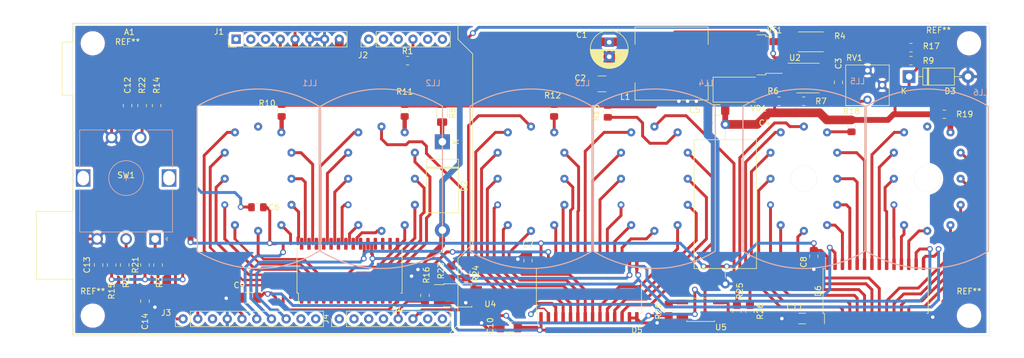
<source format=kicad_pcb>
(kicad_pcb (version 20211014) (generator pcbnew)
  (layers (0 "F.Cu" signal) (31 "B.Cu" signal) (34 "B.Paste" user) (35 "F.Paste" user) (36 "B.SilkS" user "B.Silkscreen") (37 "F.SilkS" user "F.Silkscreen") (38 "B.Mask" user) (39 "F.Mask" user) (44 "Edge.Cuts" user))
  (net 0 "")
  (net 4 "Net-(L1-Pad2)")
  (net 5 "GND")
  (net 6 "+5V")
  (net 7 "Net-(C3-Pad1)")
  (net 8 "HV")
  (net 9 "HV_C")
  (net 10 "/SHUT")
  (net 11 "Net-(D2-Pad1)")
  (net 12 "/DATA")
  (net 13 "/2-0")
  (net 14 "/2-9")
  (net 15 "/2-8")
  (net 16 "/2-7")
  (net 17 "/2-6")
  (net 18 "/2-5")
  (net 19 "/2-4")
  (net 20 "/2-3")
  (net 21 "/2-2")
  (net 22 "/2-1")
  (net 23 "/STROBE")
  (net 24 "/CLOCK")
  (net 25 "/1-1")
  (net 26 "/1-2")
  (net 27 "/1-3")
  (net 28 "/1-4")
  (net 29 "/1-5")
  (net 30 "/1-6")
  (net 31 "/1-7")
  (net 32 "/1-8")
  (net 33 "/1-9")
  (net 34 "/1-0")
  (net 35 "/4-0")
  (net 36 "/4-9")
  (net 37 "/4-8")
  (net 38 "/4-7")
  (net 39 "/4-6")
  (net 40 "/4-5")
  (net 41 "/4-4")
  (net 42 "/4-3")
  (net 43 "/4-2")
  (net 44 "/4-1")
  (net 45 "/3-1")
  (net 46 "/3-2")
  (net 47 "/3-3")
  (net 48 "/3-4")
  (net 49 "/3-5")
  (net 50 "/3-6")
  (net 51 "/3-7")
  (net 52 "/3-8")
  (net 53 "/3-9")
  (net 54 "/3-0")
  (net 57 "Net-(LL1-Pad1)")
  (net 58 "Net-(LL2-Pad1)")
  (net 59 "Net-(LL3-Pad1)")
  (net 60 "Net-(LL4-Pad1)")
  (net 61 "Net-(R7-Pad2)")
  (net 62 "/4-.")
  (net 63 "/3-.")
  (net 64 "/2-.")
  (net 65 "/1-.")
  (net 66 "/A")
  (net 67 "/B")
  (net 68 "+VDC")
  (net 69 "+3V3")
  (net 71 "/_2-.")
  (net 73 "/_4-.")
  (net 74 "/SW")
  (net 75 "Net-(D4-Pad2)")
  (net 77 "Net-(R4-Pad1)")
  (net 78 "Net-(R6-Pad2)")
  (net 79 "Net-(D5-Pad2)")
  (net 80 "Net-(U2-Pad1)")
  (net 81 "/5-2")
  (net 82 "/5-4")
  (net 83 "/5-3")
  (net 84 "/5-7")
  (net 85 "Net-(LL5-Pad1)")
  (net 86 "/5-0")
  (net 87 "/5-5")
  (net 88 "/5-9")
  (net 89 "/5-6")
  (net 90 "/5-8")
  (net 91 "/5-.")
  (net 92 "/5-1")
  (net 93 "/6-2")
  (net 94 "/6-4")
  (net 95 "/6-3")
  (net 96 "/6-7")
  (net 97 "Net-(LL6-Pad1)")
  (net 98 "/6-0")
  (net 99 "/6-5")
  (net 100 "/6-9")
  (net 101 "/6-6")
  (net 102 "/6-8")
  (net 103 "/6-.")
  (net 104 "/6-1")
  (net 107 "Net-(R16-Pad1)")
  (net 108 "Net-(R20-Pad1)")
  (net 109 "/_SW")
  (net 110 "/_B")
  (net 111 "/_A")
  (net 112 "Net-(R23-Pad2)")
  (net 113 "Net-(R25-Pad2)")
  (footprint "Capacitor_SMD:C_0805_2012Metric_Pad1.15x1.40mm_HandSolder" (layer "F.Cu") (at 228.25 79.5 90)
    (fp_text reference "C3")
    (fp_text value "100nF")
  )
  (footprint "Capacitor_SMD:C_0805_2012Metric_Pad1.15x1.40mm_HandSolder" (layer "F.Cu") (at 128.125 101.05)
    (fp_text reference "C6")
    (fp_text value "100nF, 50V")
  )
  (footprint "Capacitor_SMD:C_0805_2012Metric_Pad1.15x1.40mm_HandSolder" (layer "F.Cu") (at 174.75 110.25 -90)
    (fp_text reference "C7")
    (fp_text value "100nF, 50V")
  )
  (footprint "Capacitor_SMD:C_1206_3216Metric_Pad1.42x1.75mm_HandSolder" (layer "F.Cu") (at 126.6 116.65 180)
    (fp_text reference "C9")
    (fp_text value "100nF, 250V")
  )
  (footprint "Capacitor_SMD:C_1206_3216Metric_Pad1.42x1.75mm_HandSolder" (layer "F.Cu") (at 171.5 121.75 180)
    (fp_text reference "C10")
    (fp_text value "100nF, 250V")
  )
  (footprint "Package_SO:SOIC-28W_7.5x17.9mm_P1.27mm" (layer "F.Cu") (at 144 112 90)
    (fp_text reference "D4")
    (fp_text value "HV5812")
  )
  (footprint "Resistor_SMD:R_0805_2012Metric_Pad1.15x1.40mm_HandSolder" (layer "F.Cu") (at 132.3 84.35 90)
    (fp_text reference "R10")
    (fp_text value "22K")
  )
  (footprint "Resistor_SMD:R_0805_2012Metric_Pad1.15x1.40mm_HandSolder" (layer "F.Cu") (at 153.5 84.35 90)
    (fp_text reference "R11")
    (fp_text value "22K")
  )
  (footprint "Resistor_SMD:R_0805_2012Metric_Pad1.15x1.40mm_HandSolder" (layer "F.Cu") (at 188.5 84.5 90)
    (fp_text reference "R13")
    (fp_text value "22K")
  )
  (footprint "Resistor_SMD:R_0805_2012Metric_Pad1.15x1.40mm_HandSolder" (layer "F.Cu") (at 179.25 84.35 90)
    (fp_text reference "R12")
    (fp_text value "22K")
  )
  (footprint "MountingHole:MountingHole_3.2mm_M3" (layer "F.Cu") (at 99.75 72.75)
    (fp_text reference "REF**")
    (fp_text value "MountingHole_3.2mm_M3")
  )
  (footprint "MountingHole:MountingHole_3.2mm_M3" (layer "F.Cu") (at 250.75 119.75)
    (fp_text reference "REF**")
    (fp_text value "MountingHole_3.2mm_M3")
  )
  (footprint "custom:3362P" (layer "F.Cu") (at 233.25 80)
    (fp_text reference "RV1")
    (fp_text value "R_POT")
  )
  (footprint "Package_SO:SOIC-28W_7.5x17.9mm_P1.27mm" (layer "F.Cu") (at 185.25 115.5 90)
    (fp_text reference "D5")
    (fp_text value "HV5812")
  )
  (footprint "Capacitor_SMD:C_1206_3216Metric_Pad1.42x1.75mm_HandSolder" (layer "F.Cu") (at 207.25 84.25 180)
    (fp_text reference "C5")
    (fp_text value "100nF, 250V")
  )
  (footprint "Capacitor_THT:CP_Radial_D6.3mm_P2.50mm" (layer "F.Cu") (at 188.75 72.567621 -90)
    (fp_text reference "C1")
    (fp_text value "220uF, 16V")
  )
  (footprint "Resistor_SMD:R_1206_3216Metric_Pad1.30x1.75mm_HandSolder" (layer "F.Cu") (at 159.95 84.8 -90)
    (fp_text reference "R8")
    (fp_text value "1")
  )
  (footprint "Capacitor_THT:C_Axial_L22.0mm_D10.5mm_P27.50mm_Horizontal" (layer "F.Cu") (at 208.75 86.75 -90)
    (fp_text reference "C4")
    (fp_text value "10 uF, 250V")
  )
  (footprint "Module:Arduino_UNO_R3" (layer "F.Cu") (at 124.45 72.05)
    (fp_text reference "A1")
    (fp_text value "Arduino_UNO_R3")
  )
  (footprint "Capacitor_SMD:C_0805_2012Metric_Pad1.15x1.40mm_HandSolder" (layer "F.Cu") (at 224 109.5 90)
    (fp_text reference "C8")
    (fp_text value "100nF, 50V")
  )
  (footprint "Capacitor_SMD:C_1206_3216Metric_Pad1.42x1.75mm_HandSolder" (layer "F.Cu") (at 222 120.25 180)
    (fp_text reference "C11")
    (fp_text value "100nF, 250V")
  )
  (footprint "Package_SO:SOIC-28W_7.5x17.9mm_P1.27mm" (layer "F.Cu") (at 234.65 115.5 90)
    (fp_text reference "D6")
    (fp_text value "HV5812")
  )
  (footprint "Resistor_SMD:R_0805_2012Metric_Pad1.15x1.40mm_HandSolder" (layer "F.Cu") (at 230.5 87 90)
    (fp_text reference "R18")
    (fp_text value "22K")
  )
  (footprint "Resistor_SMD:R_0805_2012Metric_Pad1.15x1.40mm_HandSolder" (layer "F.Cu") (at 246.5 85 180)
    (fp_text reference "R19")
    (fp_text value "22K")
  )
  (footprint "Resistor_SMD:R_0805_2012Metric" (layer "F.Cu") (at 222.25 82.75)
    (fp_text reference "R7")
    (fp_text value "10K")
  )
  (footprint "Capacitor_SMD:C_0805_2012Metric_Pad1.18x1.45mm_HandSolder" (layer "F.Cu") (at 108.75 117.25 90)
    (fp_text reference "C14")
    (fp_text value "100nF, 50V")
  )
  (footprint "Diode_THT:D_DO-201AE_P15.24mm_Horizontal" (layer "F.Cu") (at 160 89.75 -90)
    (fp_text reference "D2")
    (fp_text value "1.5KE220CA")
  )
  (footprint "Resistor_SMD:R_0805_2012Metric_Pad1.20x1.40mm_HandSolder" (layer "F.Cu") (at 161.5 112.25 -90)
    (fp_text reference "R23")
    (fp_text value "2.2K")
  )
  (footprint "Resistor_SMD:R_0805_2012Metric_Pad1.20x1.40mm_HandSolder" (layer "F.Cu") (at 157 116.25 -90)
    (fp_text reference "R16")
    (fp_text value "2.2K")
  )
  (footprint "Capacitor_SMD:C_0805_2012Metric_Pad1.18x1.45mm_HandSolder" (layer "F.Cu") (at 105.75 83.5 -90)
    (fp_text reference "C12")
    (fp_text value "100nF, 50V")
  )
  (footprint "Package_TO_SOT_SMD:TO-252-2" (layer "F.Cu") (at 213.25 74.75 180)
    (fp_text reference "VT1")
    (fp_text value "STD18N55M5")
  )
  (footprint "MountingHole:MountingHole_3.2mm_M3" (layer "F.Cu") (at 99.75 119.75)
    (fp_text reference "REF**")
    (fp_text value "MountingHole_3.2mm_M3")
  )
  (footprint "Package_SO:SO-4_4.4x3.6mm_P2.54mm" (layer "F.Cu") (at 162.68 116.25)
    (fp_text reference "U4")
    (fp_text value "KPC452")
  )
  (footprint "Resistor_SMD:R_0805_2012Metric_Pad1.20x1.40mm_HandSolder" (layer "F.Cu") (at 108.25 83.5 -90)
    (fp_text reference "R22")
    (fp_text value "10K")
  )
  (footprint "Diode_SMD:D_SMB_Handsoldering" (layer "F.Cu") (at 211.25 80.75)
    (fp_text reference "VD1")
    (fp_text value "ES2J")
  )
  (footprint "MountingHole:MountingHole_3.2mm_M3" (layer "F.Cu") (at 250.75 72.75)
    (fp_text reference "REF**")
    (fp_text value "MountingHole_3.2mm_M3")
  )
  (footprint "Resistor_SMD:R_0805_2012Metric_Pad1.20x1.40mm_HandSolder" (layer "F.Cu") (at 103 111 90)
    (fp_text reference "R15")
    (fp_text value "10K")
  )
  (footprint "Diode_THT:D_DO-41_SOD81_P10.16mm_Horizontal" (layer "F.Cu") (at 240.42 78.5)
    (fp_text reference "D3")
    (fp_text value "1N4764A")
  )
  (footprint "Resistor_SMD:R_0805_2012Metric_Pad1.20x1.40mm_HandSolder" (layer "F.Cu") (at 240.75 73.5)
    (fp_text reference "R17")
    (fp_text value "150K")
  )
  (footprint "Resistor_SMD:R_0805_2012Metric_Pad1.20x1.40mm_HandSolder" (layer "F.Cu") (at 213 119 -90)
    (fp_text reference "R26")
    (fp_text value "2.2K")
  )
  (footprint "Package_SO:SO-4_4.4x3.6mm_P2.54mm" (layer "F.Cu") (at 204.5 118.75)
    (fp_text reference "U5")
    (fp_text value "KPC452")
  )
  (footprint "Resistor_SMD:R_0805_2012Metric_Pad1.20x1.40mm_HandSolder" (layer "F.Cu") (at 164 112.25 -90)
    (fp_text reference "R24")
    (fp_text value "2.2K")
  )
  (footprint "Resistor_SMD:R_0805_2012Metric_Pad1.20x1.40mm_HandSolder" (layer "F.Cu") (at 105.25 111 -90)
    (fp_text reference "R5")
    (fp_text value "1K")
  )
  (footprint "Connector_PinHeader_2.54mm:PinHeader_1x08_P2.54mm_Vertical" (layer "F.Cu") (at 124.45 72.05 90)
    (fp_text reference "J1")
    (fp_text value "Conn_01x01_Male")
  )
  (footprint "Resistor_SMD:R_0805_2012Metric_Pad1.20x1.40mm_HandSolder" (layer "F.Cu") (at 240.75 75.75 180)
    (fp_text reference "R9")
    (fp_text value "150K")
  )
  (footprint "Resistor_SMD:R_0805_2012Metric_Pad1.20x1.40mm_HandSolder" (layer "F.Cu") (at 218 82.75)
    (fp_text reference "R6")
    (fp_text value "1.5M")
  )
  (footprint "Connector_PinHeader_2.54mm:PinHeader_1x08_P2.54mm_Vertical" (layer "F.Cu") (at 142.2146 120.3198 90)
    (fp_text reference "J4")
    (fp_text value "Conn_01x01_Male")
  )
  (footprint "Resistor_SMD:R_0805_2012Metric_Pad1.20x1.40mm_HandSolder" (layer "F.Cu") (at 210.75 119 -90)
    (fp_text reference "R25")
    (fp_text value "2.2K")
  )
  (footprint "custom:PEC16" (layer "F.Cu") (at 105.5 96.0125)
    (fp_text reference "SW1")
    (fp_text value "PEC16")
  )
  (footprint "Connector_PinHeader_2.54mm:PinHeader_1x10_P2.54mm_Vertical" (layer "F.Cu") (at 115.316 120.3198 90)
    (fp_text reference "J3")
    (fp_text value "Conn_01x01_Male")
  )
  (footprint "Resistor_SMD:R_0805_2012Metric_Pad1.20x1.40mm_HandSolder" (layer "F.Cu") (at 199 118.75 -90)
    (fp_text reference "R20")
    (fp_text value "2.2K")
  )
  (footprint "Inductor_SMD:L_12x12mm_H8mm" (layer "F.Cu") (at 199.5 76.25)
    (fp_text reference "L1")
    (fp_text value "B82477R4224M100")
  )
  (footprint "Connector_PinHeader_2.54mm:PinHeader_1x06_P2.54mm_Vertical" (layer "F.Cu") (at 147.32 72.05 90)
    (fp_text reference "J2")
    (fp_text value "Conn_01x01_Male")
  )
  (footprint "Resistor_SMD:R_0805_2012Metric_Pad1.20x1.40mm_HandSolder" (layer "F.Cu") (at 110.75 83.5 90)
    (fp_text reference "R14")
    (fp_text value "1K")
  )
  (footprint "Package_SO:SO-8_3.9x4.9mm_P1.27mm" (layer "F.Cu") (at 223 78.75)
    (fp_text reference "U2")
    (fp_text value "MAX1771xSA")
  )
  (footprint "Resistor_SMD:R_0805_2012Metric_Pad1.20x1.40mm_HandSolder" (layer "F.Cu") (at 111 111 -90)
    (fp_text reference "R3")
    (fp_text value "1K")
  )
  (footprint "Resistor_SMD:R_2512_6332Metric_Pad1.40x3.35mm_HandSolder" (layer "F.Cu") (at 223.5 72.5)
    (fp_text reference "R4")
    (fp_text value "0.1")
  )
  (footprint "Resistor_SMD:R_0805_2012Metric_Pad1.20x1.40mm_HandSolder" (layer "F.Cu") (at 154 75.75)
    (fp_text reference "R1")
    (fp_text value "10K")
  )
  (footprint "Capacitor_SMD:C_0805_2012Metric_Pad1.18x1.45mm_HandSolder" (layer "F.Cu") (at 100.75 111 90)
    (fp_text reference "C13")
    (fp_text value "100nF, 50V")
  )
  (footprint "Capacitor_SMD:C_1210_3225Metric_Pad1.33x2.70mm_HandSolder" (layer "F.Cu") (at 187.5 79.75)
    (fp_text reference "C2")
    (fp_text value "10uF, 50V")
  )
  (footprint "Resistor_SMD:R_0805_2012Metric_Pad1.20x1.40mm_HandSolder" (layer "F.Cu") (at 108.75 111 90)
    (fp_text reference "R21")
    (fp_text value "10K")
  )
  (footprint "v2:IN12-HI_IE" (layer "B.Cu") (at 175.27 96.125)
    (fp_text reference "LL3")
    (fp_text value "IN-12B")
  )
  (footprint "v2:IN12-HI_IE" (layer "B.Cu") (at 196.53 96.125)
    (fp_text reference "LL4")
    (fp_text value "IN-12B")
  )
  (footprint "v2:IN12-HI_IE" (layer "B.Cu") (at 128.25 96.125)
    (fp_text reference "LL1")
    (fp_text value "IN-12B")
  )
  (footprint "v2:IN12-HI_IE" (layer "B.Cu") (at 149.51 96.125)
    (fp_text reference "LL2")
    (fp_text value "IN-12B")
  )
  (footprint "v2:IN12-HI_IE" (layer "B.Cu") (at 222.29 96.125)
    (fp_text reference "LL5")
    (fp_text value "IN-12B")
  )
  (footprint "v2:IN12-HI_IE" (layer "B.Cu") (at 243.55 96.125)
    (fp_text reference "LL6")
    (fp_text value "IN-12B")
  )
  (gr_line (start 254.25 69.25) (end 254.25 123.25) (layer "Edge.Cuts") (width 0.05))
  (gr_line (start 96.25 123.25) (end 254.25 123.25) (layer "Edge.Cuts") (width 0.05))
  (gr_line (start 96.25 123.25) (end 96.25 69.25) (layer "Edge.Cuts") (width 0.05))
  (gr_line (start 96.25 69.25) (end 254.25 69.25) (layer "Edge.Cuts") (width 0.05))
  (segment (start 211.15 74.5) (end 206.2 74.5) (width 2) (layer "F.Cu") (net 4))
  (segment (start 211.15 74.75) (end 211.15 77.95) (width 1.5) (layer "F.Cu") (net 4))
  (segment (start 211.15 77.95) (end 213.95 80.75) (width 1.5) (layer "F.Cu") (net 4))
  (segment (start 206.2 74.5) (end 204.45 76.25) (width 2) (layer "F.Cu") (net 4))
  (segment (start 155.7869 111.7869) (end 154.682657 112.932657) (width 0.5) (layer "F.Cu") (net 5))
  (segment (start 154.682657 112.932657) (end 151.1 116.65) (width 0.5) (layer "F.Cu") (net 5))
  (segment (start 108.75 118.2875) (end 110.4625 118.2875) (width 0.5) (layer "F.Cu") (net 5))
  (segment (start 159.95 107.55) (end 157.75 109.75) (width 1) (layer "F.Cu") (net 5))
  (segment (start 205.7625 84.25) (end 205.7625 83.5125) (width 1) (layer "F.Cu") (net 5))
  (segment (start 125.1125 116.65) (end 122.85 116.65) (width 1) (layer "F.Cu") (net 5))
  (segment (start 206.23 120.02) (end 205.25 121) (width 0.5) (layer "F.Cu") (net 5))
  (segment (start 224 110.525) (end 224 111.75) (width 0.5) (layer "F.Cu") (net 5))
  (segment (start 203.75 82.75) (end 202.25 82.75) (width 1) (layer "F.Cu") (net 5))
  (segment (start 100.75 112.0375) (end 98.7875 112.0375) (width 0.5) (layer "F.Cu") (net 5))
  (segment (start 170.0125 121.75) (end 167.5 121.75) (width 0.5) (layer "F.Cu") (net 5))
  (segment (start 225.575 78.115) (end 227.89 78.115) (width 0.5) (layer "F.Cu") (net 5))
  (segment (start 157.75 109.75) (end 155.7869 111.7869) (width 0.5) (layer "F.Cu") (net 5))
  (segment (start 227.89 78.115) (end 228.25 78.475) (width 0.5) (layer "F.Cu") (net 5))
  (segment (start 202.33 121) (end 201.35 120.02) (width 0.5) (layer "F.Cu") (net 5))
  (segment (start 205.25 119) (end 205.25 115.5) (width 0.5) (layer "F.Cu") (net 5))
  (segment (start 98.5 111.75) (end 98.5 107) (width 0.5) (layer "F.Cu") (net 5))
  (segment (start 122.85 116.65) (end 122.75 116.75) (width 1) (layer "F.Cu") (net 5))
  (segment (start 205 82.75) (end 203.75 82.75) (width 1) (layer "F.Cu") (net 5))
  (segment (start 126.475 101) (end 125.25 101) (width 0.5) (layer "F.Cu") (net 5))
  (segment (start 206.27 120.02) (end 205.25 119) (width 0.5) (layer "F.Cu") (net 5))
  (segment (start 151.1 116.65) (end 147.805 116.65) (width 0.5) (layer "F.Cu") (net 5))
  (segment (start 146.535 116.65) (end 149.75 116.65) (width 0.5) (layer "F.Cu") (net 5))
  (segment (start 205.7625 83.5125) (end 205 82.75) (width 1) (layer "F.Cu") (net 5))
  (segment (start 241.635 120.15) (end 244.35 120.15) (width 0.5) (layer "F.Cu") (net 5))
  (segment (start 126.525 101.05) (end 126.475 101) (width 0.5) (layer "F.Cu") (net 5))
  (segment (start 104.0375 82.4625) (end 103 83.5) (width 0.5) (layer "F.Cu") (net 5))
  (segment (start 194.25 121) (end 197 121) (width 0.5) (layer "F.Cu") (net 5))
  (segment (start 127.1 101.05) (end 126.525 101.05) (width 0.5) (layer "F.Cu") (net 5))
  (segment (start 173.775 109.225) (end 173 110) (width 0.5) (layer "F.Cu") (net 5))
  (segment (start 189.0625 75.380121) (end 188.75 75.067621) (width 2) (layer "F.Cu") (net 5))
  (segment (start 98.7875 112.0375) (end 98.5 111.75) (width 0.5) (layer "F.Cu") (net 5))
  (segment (start 98.9875 106.5125) (end 100.5 106.5125) (width 0.5) (layer "F.Cu") (net 5))
  (segment (start 244.35 120.15) (end 244.5 120) (width 0.5) (layer "F.Cu") (net 5))
  (segment (start 159.95 104.74) (end 159.95 107.55) (width 1) (layer "F.Cu") (net 5))
  (segment (start 205.25 121) (end 202.33 121) (width 0.5) (layer "F.Cu") (net 5))
  (segment (start 207.65 120.02) (end 206.23 120.02) (width 0.5) (layer "F.Cu") (net 5))
  (segment (start 194 120.75) (end 194.25 121) (width 0.5) (layer "F.Cu") (net 5))
  (segment (start 189.0625 79.75) (end 189.0625 75.380121) (width 2) (layer "F.Cu") (net 5))
  (segment (start 98.5 107) (end 98.9875 106.5125) (width 0.5) (layer "F.Cu") (net 5))
  (segment (start 105.75 82.4625) (end 104.0375 82.4625) (width 0.5) (layer "F.Cu") (net 5))
  (segment (start 225.575 79.385) (end 225.575 78.115) (width 0.5) (layer "F.Cu") (net 5))
  (segment (start 103 83.5) (end 103 89.0125) (width 0.5) (layer "F.Cu") (net 5))
  (segment (start 205.25 115.5) (end 206.5 114.25) (width 0.5) (layer "F.Cu") (net 5))
  (segment (start 164.02 117.52) (end 165.83 117.52) (width 0.5) (layer "F.Cu") (net 5))
  (segment (start 167.5 121.75) (end 166.75 121) (width 0.5) (layer "F.Cu") (net 5))
  (segment (start 193.4 120.15) (end 194 120.75) (width 0.5) (layer "F.Cu") (net 5))
  (segment (start 159.53 117.52) (end 164.02 117.52) (width 0.5) (layer "F.Cu") (net 5))
  (segment (start 206.5 114.25) (end 208.75 114.25) (width 0.5) (layer "F.Cu") (net 5))
  (segment (start 207.65 120.02) (end 206.27 120.02) (width 0.5) (layer "F.Cu") (net 5))
  (segment (start 220.5125 120.25) (end 218.5 120.25) (width 0.5) (layer "F.Cu") (net 5))
  (segment (start 202.25 82.75) (end 200.75 82.75) (width 1) (layer "F.Cu") (net 5))
  (segment (start 174.75 109.225) (end 173.775 109.225) (width 0.5) (layer "F.Cu") (net 5))
  (segment (start 192.235 120.15) (end 193.4 120.15) (width 0.5) (layer "F.Cu") (net 5))
  (via (at 244.5 120) (size 1) (drill 0.6) (layers "F.Cu" "B.Cu") (net 5))
  (via (at 224 111.75) (size 1) (drill 0.6) (layers "F.Cu" "B.Cu") (net 5))
  (via (at 110.4625 118.2875) (size 1) (drill 0.6) (layers "F.Cu" "B.Cu") (net 5))
  (via (at 202.25 82.75) (size 1) (drill 0.6) (layers "F.Cu" "B.Cu") (net 5))
  (via (at 125.25 101) (size 1) (drill 0.6) (layers "F.Cu" "B.Cu") (net 5))
  (via (at 122.75 116.75) (size 1) (drill 0.6) (layers "F.Cu" "B.Cu") (net 5))
  (via (at 155.7869 111.7869) (size 1) (drill 0.6) (layers "F.Cu" "B.Cu") (net 5))
  (via (at 200.75 82.75) (size 1) (drill 0.6) (layers "F.Cu" "B.Cu") (net 5))
  (via (at 166.75 121) (size 1) (drill 0.6) (layers "F.Cu" "B.Cu") (net 5))
  (via (at 218.5 120.25) (size 1) (drill 0.6) (layers "F.Cu" "B.Cu") (net 5))
  (via (at 154.682657 112.932657) (size 1) (drill 0.6) (layers "F.Cu" "B.Cu") (net 5))
  (via (at 203.75 82.75) (size 1) (drill 0.6) (layers "F.Cu" "B.Cu") (net 5))
  (via (at 173 110) (size 1) (drill 0.6) (layers "F.Cu" "B.Cu") (net 5))
  (via (at 164.02 117.52) (size 1) (drill 0.6) (layers "F.Cu" "B.Cu") (net 5))
  (via (at 197 121) (size 1) (drill 0.6) (layers "F.Cu" "B.Cu") (net 5))
  (segment (start 159.95 96.55) (end 163 93.5) (width 1) (layer "B.Cu") (net 5))
  (segment (start 207 89.75) (end 205.7505 88.5005) (width 1.5) (layer "B.Cu") (net 5))
  (segment (start 159.95 104.74) (end 159.95 96.55) (width 1) (layer "B.Cu") (net 5))
  (segment (start 124.25 98.5) (end 118.5 98.5) (width 0.5) (layer "B.Cu") (net 5))
  (segment (start 118.5 98.5) (end 116.75 96.75) (width 0.5) (layer "B.Cu") (net 5))
  (segment (start 105.7375 91.75) (end 103 89.0125) (width 0.5) (layer "B.Cu") (net 5))
  (segment (start 207 112.5) (end 207 89.75) (width 1.5) (layer "B.Cu") (net 5))
  (segment (start 125.25 101) (end 125.25 99.5) (width 0.5) (layer "B.Cu") (net 5))
  (segment (start 205.75 80.5) (end 208.83 77.42) (width 1.5) (layer "B.Cu") (net 5))
  (segment (start 116.75 92.75) (end 115.75 91.75) (width 0.5) (layer "B.Cu") (net 5))
  (segment (start 116.75 96.75) (end 116.75 92.75) (width 0.5) (layer "B.Cu") (net 5))
  (segment (start 205.75 86.499) (end 205.75 80.5) (width 1.5) (layer "B.Cu") (net 5))
  (segment (start 115.75 91.75) (end 105.7375 91.75) (width 0.5) (layer "B.Cu") (net 5))
  (segment (start 205.7505 86.4995) (end 205.75 86.499) (width 1.5) (layer "B.Cu") (net 5))
  (segment (start 125.25 99.5) (end 124.25 98.5) (width 0.5) (layer "B.Cu") (net 5))
  (segment (start 208.75 114.25) (end 207 112.5) (width 1.5) (layer "B.Cu") (net 5))
  (segment (start 208.83 77.42) (end 233.25 77.42) (width 1.5) (layer "B.Cu") (net 5))
  (segment (start 163 93.5) (end 163 81.5) (width 1) (layer "B.Cu") (net 5))
  (segment (start 205.7505 88.5005) (end 205.7505 86.4995) (width 1.5) (layer "B.Cu") (net 5))
  (segment (start 224 108.475) (end 224 107.25) (width 0.5) (layer "F.Cu") (net 6))
  (segment (start 144 70) (end 135.25 70) (width 0.5) (layer "F.Cu") (net 6))
  (segment (start 129.725 101.05) (end 130.250004 101.575004) (width 0.5) (layer "F.Cu") (net 6))
  (segment (start 209 111.25) (end 205 111.25) (width 0.5) (layer "F.Cu") (net 6))
  (segment (start 131.295 107.35) (end 130.350004 107.35) (width 0.5) (layer "F.Cu") (net 6))
  (segment (start 129.15 101.05) (end 129.725 101.05) (width 0.5) (layer "F.Cu") (net 6))
  (segment (start 134.61 70.64) (end 134.61 72.05) (width 0.5) (layer "F.Cu") (net 6))
  (segment (start 135.25 70) (end 134.61 70.64) (width 0.5) (layer "F.Cu") (net 6))
  (segment (start 176.995 107.255) (end 176.995 110.85) (width 0.5) (layer "F.Cu") (net 6))
  (segment (start 130.250004 106.542894) (end 130.250004 107.25) (width 0.5) (layer "F.Cu") (net 6))
  (segment (start 176.995 110.85) (end 175.9 110.85) (width 0.5) (layer "F.Cu") (net 6))
  (segment (start 118 80.75) (end 116.6 82.15) (width 1) (layer "F.Cu") (net 6))
  (segment (start 175.475 111.275) (end 174.75 111.275) (width 0.5) (layer "F.Cu") (net 6))
  (segment (start 116.6 89.1) (end 116.6 101.15) (width 1) (layer "F.Cu") (net 6))
  (segment (start 226.395 110.85) (end 226.395 109.645) (width 0.5) (layer "F.Cu") (net 6))
  (segment (start 130.250004 101.575004) (end 130.250004 106.542894) (width 0.5) (layer "F.Cu") (net 6))
  (segment (start 175.9 110.85) (end 175.475 111.275) (width 0.5) (layer "F.Cu") (net 6))
  (segment (start 116.6 82.15) (end 116.6 89.1) (width 1) (layer "F.Cu") (net 6))
  (segment (start 134.61 72.05) (end 134.61 79.64) (width 1) (layer "F.Cu") (net 6))
  (segment (start 147 75.75) (end 144.75 73.5) (width 0.5) (layer "F.Cu") (net 6))
  (segment (start 130.350004 107.35) (end 130.250004 107.25) (width 0.5) (layer "F.Cu") (net 6))
  (segment (start 144.75 70.75) (end 144 70) (width 0.5) (layer "F.Cu") (net 6))
  (segment (start 116.6 104.5) (end 116.6 107.1) (width 1) (layer "F.Cu") (net 6))
  (segment (start 134.61 79.64) (end 133.5 80.75) (width 1) (layer "F.Cu") (net 6))
  (segment (start 116.6 101.15) (end 116.6 104.5) (width 1) (layer "F.Cu") (net 6))
  (segment (start 144.75 73.5) (end 144.75 70.75) (width 0.5) (layer "F.Cu") (net 6))
  (segment (start 133.5 80.75) (end 118 80.75) (width 1) (layer "F.Cu") (net 6))
  (segment (start 224.025 108.5) (end 224 108.475) (width 0.5) (layer "F.Cu") (net 6))
  (segment (start 226.395 109.645) (end 225.25 108.5) (width 0.5) (layer "F.Cu") (net 6))
  (segment (start 153 75.75) (end 147 75.75) (width 0.5) (layer "F.Cu") (net 6))
  (segment (start 225.25 108.5) (end 224.025 108.5) (width 0.5) (layer "F.Cu") (net 6))
  (via (at 209 111.25) (size 1) (drill 0.6) (layers "F.Cu" "B.Cu") (net 6))
  (via (at 205 111.25) (size 1) (drill 0.6) (layers "F.Cu" "B.Cu") (net 6))
  (via (at 130.250004 107.25) (size 1) (drill 0.6) (layers "F.Cu" "B.Cu") (net 6))
  (via (at 116.6 107.1) (size 1) (drill 0.6) (layers "F.Cu" "B.Cu") (net 6))
  (via (at 224 107.25) (size 1) (drill 0.6) (layers "F.Cu" "B.Cu") (net 6))
  (via (at 176.995 107.255) (size 1) (drill 0.6) (layers "F.Cu" "B.Cu") (net 6))
  (segment (start 176.995 107.255) (end 201.005 107.255) (width 0.5) (layer "B.Cu") (net 6))
  (segment (start 130.255004 107.255) (end 130.250004 107.25) (width 0.5) (layer "B.Cu") (net 6))
  (segment (start 205 111.25) (end 201.005 107.255) (width 0.5) (layer "B.Cu") (net 6))
  (segment (start 116.75 107.25) (end 116.6 107.1) (width 0.5) (layer "B.Cu") (net 6))
  (segment (start 130.250004 107.25) (end 116.75 107.25) (width 0.5) (layer "B.Cu") (net 6))
  (segment (start 224 107.25) (end 214.25 107.25) (width 0.5) (layer "B.Cu") (net 6))
  (segment (start 210.625 110.875) (end 210.25 111.25) (width 0.5) (layer "B.Cu") (net 6))
  (segment (start 210.25 111.25) (end 209 111.25) (width 0.5) (layer "B.Cu") (net 6))
  (segment (start 176.995 107.255) (end 130.255004 107.255) (width 0.5) (layer "B.Cu") (net 6))
  (segment (start 214.25 107.25) (end 210.625 110.875) (width 0.5) (layer "B.Cu") (net 6))
  (segment (start 227.87 80.655) (end 228.25 80.275) (width 0.5) (layer "F.Cu") (net 7))
  (segment (start 225.575 80.655) (end 227.87 80.655) (width 0.5) (layer "F.Cu") (net 7))
  (segment (start 208.75 86.75) (end 214.25 86.75) (width 1.5) (layer "F.Cu") (net 8))
  (segment (start 221 84.75) (end 225 84.75) (width 1.5) (layer "F.Cu") (net 8))
  (segment (start 188.5 83.475) (end 196.525 83.475) (width 1) (layer "F.Cu") (net 8))
  (segment (start 208.7375 86.7375) (end 208.75 86.75) (width 1) (layer "F.Cu") (net 8))
  (segment (start 188.35 83.325) (end 188.5 83.475) (width 1) (layer "F.Cu") (net 8))
  (segment (start 208.7375 84.25) (end 208.7375 86.7375) (width 1) (layer "F.Cu") (net 8))
  (segment (start 208.55 80.75) (end 208.55 84.0625) (width 1) (layer "F.Cu") (net 8))
  (segment (start 208.55 84.0625) (end 208.7375 84.25) (width 1) (layer "F.Cu") (net 8))
  (segment (start 238 76.25) (end 238 84.75) (width 0.5) (layer "F.Cu") (net 8))
  (segment (start 225 84.75) (end 226.225 85.975) (width 1.5) (layer "F.Cu") (net 8))
  (segment (start 217.75 84.75) (end 221 84.75) (width 1.5) (layer "F.Cu") (net 8))
  (segment (start 216.25 84.75) (end 217.75 84.75) (width 1.5) (layer "F.Cu") (net 8))
  (segment (start 217.25 84.25) (end 217.75 84.75) (width 0.5) (layer "F.Cu") (net 8))
  (segment (start 236.775 85.975) (end 230.5 85.975) (width 1) (layer "F.Cu") (net 8))
  (segment (start 196.525 83.475) (end 199.25 80.75) (width 1) (layer "F.Cu") (net 8))
  (segment (start 226.225 85.975) (end 230.5 85.975) (width 1.5) (layer "F.Cu") (net 8))
  (segment (start 245.475 85) (end 237.75 85) (width 1) (layer "F.Cu") (net 8))
  (segment (start 238.5 75.75) (end 238 76.25) (width 0.5) (layer "F.Cu") (net 8))
  (segment (start 237.75 85) (end 236.775 85.975) (width 1) (layer "F.Cu") (net 8))
  (segment (start 199.25 80.75) (end 208.55 80.75) (width 1) (layer "F.Cu") (net 8))
  (segment (start 217.25 82.75) (end 217.25 84.25) (width 0.5) (layer "F.Cu") (net 8))
  (segment (start 239.75 75.75) (end 238.5 75.75) (width 0.5) (layer "F.Cu") (net 8))
  (segment (start 153.5 83.325) (end 188.35 83.325) (width 1) (layer "F.Cu") (net 8))
  (segment (start 153.5 83.325) (end 132.3 83.325) (width 0.75) (layer "F.Cu") (net 8))
  (segment (start 214.25 86.75) (end 216.25 84.75) (width 1.5) (layer "F.Cu") (net 8))
  (segment (start 129.9 115.85) (end 130.495 115.85) (width 0.5) (layer "F.Cu") (net 9))
  (segment (start 241.75 77.17) (end 240.42 78.5) (width 0.5) (layer "F.Cu") (net 9))
  (segment (start 128.0875 116.65) (end 128.5 116.65) (width 0.5) (layer "F.Cu") (net 9))
  (segment (start 245.048671 122.201329) (end 246.25 121) (width 0.5) (layer "F.Cu") (net 9))
  (segment (start 226.53614 122.21386) (end 226.5005 122.2495) (width 0.5) (layer "F.Cu") (net 9))
  (segment (start 226.5005 122.2495) (end 176.775505 122.2495) (width 0.5) (layer "F.Cu") (net 9))
  (segment (start 251.5 83.25) (end 241.75 83.25) (width 0.5) (layer "F.Cu") (net 9))
  (segment (start 235.498671 122.201329) (end 245.048671 122.201329) (width 0.5) (layer "F.Cu") (net 9))
  (segment (start 226.395 120.15) (end 223.5875 120.15) (width 0.5) (layer "F.Cu") (net 9))
  (segment (start 253 84.75) (end 251.5 83.25) (width 0.5) (layer "F.Cu") (net 9))
  (segment (start 129.9 115.85) (end 129.3 115.85) (width 0.5) (layer "F.Cu") (net 9))
  (segment (start 241.75 73.5) (end 241.75 77.17) (width 0.5) (layer "F.Cu") (net 9))
  (segment (start 226.395 122.07272) (end 226.53614 122.21386) (width 0.5) (layer "F.Cu") (net 9))
  (segment (start 172.9875 121.75) (end 176.276005 121.75) (width 0.5) (layer "F.Cu") (net 9))
  (segment (start 246.25 117.25) (end 253 110.5) (width 0.5) (layer "F.Cu") (net 9))
  (segment (start 226.395 120.15) (end 226.395 122.07272) (width 0.5) (layer "F.Cu") (net 9))
  (segment (start 246.25 121) (end 246.25 117.25) (width 0.5) (layer "F.Cu") (net 9))
  (segment (start 176.995 120.15) (end 176.995 122.030005) (width 0.5) (layer "F.Cu") (net 9))
  (segment (start 176.276005 121.75) (end 176.775505 122.2495) (width 0.5) (layer "F.Cu") (net 9))
  (segment (start 223.5875 120.15) (end 223.4875 120.25) (width 0.5) (layer "F.Cu") (net 9))
  (segment (start 253 110.5) (end 253 84.75) (width 0.5) (layer "F.Cu") (net 9))
  (segment (start 226.53614 122.21386) (end 235.498671 122.201329) (width 0.5) (layer "F.Cu") (net 9))
  (segment (start 176.995 122.030005) (end 176.775505 122.2495) (width 0.5) (layer "F.Cu") (net 9))
  (segment (start 240.42 81.92) (end 240.42 78.5) (width 0.5) (layer "F.Cu") (net 9))
  (segment (start 128.5 116.65) (end 129.3 115.85) (width 0.5) (layer "F.Cu") (net 9))
  (segment (start 241.75 83.25) (end 240.42 81.92) (width 0.5) (layer "F.Cu") (net 9))
  (segment (start 130.495 115.85) (end 131.295 116.65) (width 0.5) (layer "F.Cu") (net 9))
  (via (at 176.775505 122.2495) (size 1) (drill 0.6) (layers "F.Cu" "B.Cu") (net 9))
  (via (at 129.9 116) (size 1) (drill 0.6) (layers "F.Cu" "B.Cu") (net 9))
  (segment (start 162.25 121.75) (end 162.75 122.25) (width 0.5) (layer "B.Cu") (net 9))
  (segment (start 129.9 116) (end 132.25 116) (width 0.5) (layer "B.Cu") (net 9))
  (segment (start 132.25 116) (end 134.25 118) (width 0.5) (layer "B.Cu") (net 9))
  (segment (start 162.25 119) (end 162.25 121.75) (width 0.5) (layer "B.Cu") (net 9))
  (segment (start 134.25 118) (end 161.25 118) (width 0.5) (layer "B.Cu") (net 9))
  (segment (start 162.75 122.25) (end 176.775005 122.25) (width 0.5) (layer "B.Cu") (net 9))
  (segment (start 176.775005 122.25) (end 176.775505 122.2495) (width 0.5) (layer "B.Cu") (net 9))
  (segment (start 161.25 118) (end 162.25 119) (width 0.5) (layer "B.Cu") (net 9))
  (segment (start 217 75) (end 217 74.5) (width 0.5) (layer "F.Cu") (net 10))
  (segment (start 164.125 72.125) (end 165.25 71) (width 0.5) (layer "F.Cu") (net 10))
  (segment (start 222.25 80.25) (end 222.25 76) (width 0.5) (layer "F.Cu") (net 10))
  (segment (start 220.425 80.655) (end 221.845 80.655) (width 0.5) (layer "F.Cu") (net 10))
  (segment (start 222.25 76) (end 221.5 75.25) (width 0.5) (layer "F.Cu") (net 10))
  (segment (start 221.845 80.655) (end 222.25 80.25) (width 0.5) (layer "F.Cu") (net 10))
  (segment (start 155 75.75) (end 160.5 75.75) (width 0.5) (layer "F.Cu") (net 10))
  (segment (start 160.5 75.75) (end 164.125 72.125) (width 0.5) (layer "F.Cu") (net 10))
  (segment (start 154.93 72.05) (end 154.93 75.68) (width 0.5) (layer "F.Cu") (net 10))
  (segment (start 217.25 75.25) (end 217 75) (width 0.5) (layer "F.Cu") (net 10))
  (segment (start 154.93 75.68) (end 155 75.75) (width 0.5) (layer "F.Cu") (net 10))
  (segment (start 221.5 75.25) (end 217.25 75.25) (width 0.5) (layer "F.Cu") (net 10))
  (via (at 217 74.5) (size 1) (drill 0.6) (layers "F.Cu" "B.Cu") (net 10))
  (via (at 165.25 71) (size 1) (drill 0.6) (layers "F.Cu" "B.Cu") (net 10))
  (segment (start 217 71) (end 216 70) (width 0.5) (layer "B.Cu") (net 10))
  (segment (start 216 70) (end 166.25 70) (width 0.5) (layer "B.Cu") (net 10))
  (segment (start 217 74.5) (end 217 71) (width 0.5) (layer "B.Cu") (net 10))
  (segment (start 166.25 70) (end 165.25 71) (width 0.5) (layer "B.Cu") (net 10))
  (segment (start 159.95 86.2875) (end 159.95 89.5) (width 0.75) (layer "F.Cu") (net 11))
  (segment (start 132.565 108.784946) (end 132.55 108.799946) (width 0.5) (layer "F.Cu") (net 12))
  (segment (start 132.565 107.35) (end 132.565 108.784946) (width 0.5) (layer "F.Cu") (net 12))
  (via (at 132.55 108.799946) (size 1) (drill 0.6) (layers "F.Cu" "B.Cu") (net 12))
  (segment (start 131.899946 109.45) (end 132.55 108.799946) (width 0.5) (layer "B.Cu") (net 12))
  (segment (start 128 109.45) (end 131.899946 109.45) (width 0.5) (layer "B.Cu") (net 12))
  (segment (start 126 117.45) (end 126 111.45) (width 0.5) (layer "B.Cu") (net 12))
  (segment (start 126 111.45) (end 128 109.45) (width 0.5) (layer "B.Cu") (net 12))
  (segment (start 128.01 120.31) (end 128.01 119.46) (width 0.5) (layer "B.Cu") (net 12))
  (segment (start 128.01 119.46) (end 126 117.45) (width 0.5) (layer "B.Cu") (net 12))
  (segment (start 155.671343 108.771343) (end 150.042654 114.400033) (width 0.5) (layer "F.Cu") (net 13))
  (segment (start 155.671343 108.771335) (end 155.671343 108.771343) (width 0.5) (layer "F.Cu") (net 13))
  (segment (start 157.26002 102.904185) (end 157.26002 107.182659) (width 0.5) (layer "F.Cu") (net 13))
  (segment (start 157.26002 107.182659) (end 155.671343 108.771335) (width 0.5) (layer "F.Cu") (net 13))
  (segment (start 155.26 93.21) (end 157.85 95.8) (width 0.5) (layer "F.Cu") (net 13))
  (segment (start 157.85 95.8) (end 157.849999 102.314206) (width 0.5) (layer "F.Cu") (net 13))
  (segment (start 145.265 115.277684) (end 145.265 115.625) (width 0.5) (layer "F.Cu") (net 13))
  (segment (start 157.849999 102.314206) (end 157.26002 102.904185) (width 0.5) (layer "F.Cu") (net 13))
  (segment (start 150.042654 114.400033) (end 146.142651 114.400033) (width 0.5) (layer "F.Cu") (net 13))
  (segment (start 146.142651 114.400033) (end 145.265 115.277684) (width 0.5) (layer "F.Cu") (net 13))
  (segment (start 155.26 91.625) (end 155.26 93.21) (width 0.5) (layer "F.Cu") (net 13))
  (segment (start 145.265 115.625) (end 145.265 116.65) (width 0.5) (layer "F.Cu") (net 13))
  (segment (start 156.26001 106.768442) (end 149.62843 113.400022) (width 0.5) (layer "F.Cu") (net 14))
  (segment (start 155.26 96.125) (end 156.849989 97.714989) (width 0.5) (layer "F.Cu") (net 14))
  (segment (start 143.995 115.133456) (end 143.995 116.65) (width 0.5) (layer "F.Cu") (net 14))
  (segment (start 156.849989 101.899989) (end 156.26001 102.489968) (width 0.5) (layer "F.Cu") (net 14))
  (segment (start 149.62843 113.400022) (end 145.728433 113.400022) (width 0.5) (layer "F.Cu") (net 14))
  (segment (start 145.728433 113.400022) (end 143.995 115.133456) (width 0.5) (layer "F.Cu") (net 14))
  (segment (start 156.849989 97.714989) (end 156.849989 101.899989) (width 0.5) (layer "F.Cu") (net 14))
  (segment (start 156.26001 102.489968) (end 156.26001 106.768442) (width 0.5) (layer "F.Cu") (net 14))
  (segment (start 142.725 115.625) (end 142.725 116.65) (width 0.5) (layer "F.Cu") (net 15))
  (segment (start 145.314217 112.400011) (end 142.725 114.989228) (width 0.5) (layer "F.Cu") (net 15))
  (segment (start 155.26 106.354229) (end 149.214218 112.400011) (width 0.5) (layer "F.Cu") (net 15))
  (segment (start 155.26 100.625) (end 155.26 106.354229) (width 0.5) (layer "F.Cu") (net 15))
  (segment (start 149.214218 112.400011) (end 145.314217 112.400011) (width 0.5) (layer "F.Cu") (net 15))
  (segment (start 142.725 114.989228) (end 142.725 115.625) (width 0.5) (layer "F.Cu") (net 15))
  (segment (start 144.9 111.4) (end 148.8 111.4) (width 0.5) (layer "F.Cu") (net 16))
  (segment (start 141.455 114.845) (end 144.9 111.4) (width 0.5) (layer "F.Cu") (net 16))
  (segment (start 141.455 116.65) (end 141.455 114.845) (width 0.5) (layer "F.Cu") (net 16))
  (segment (start 148.8 111.4) (end 153.51 106.69) (width 0.5) (layer "F.Cu") (net 16))
  (segment (start 153.51 106.69) (end 153.51 104.125) (width 0.5) (layer "F.Cu") (net 16))
  (segment (start 145.265 106.322192) (end 146.137192 105.45) (width 0.5) (layer "F.Cu") (net 17))
  (segment (start 145.265 107.35) (end 145.265 106.322192) (width 0.5) (layer "F.Cu") (net 17))
  (segment (start 148.484999 105.45) (end 148.809999 105.125) (width 0.5) (layer "F.Cu") (net 17))
  (segment (start 148.809999 105.125) (end 149.51 105.125) (width 0.5) (layer "F.Cu") (net 17))
  (segment (start 146.137192 105.45) (end 148.484999 105.45) (width 0.5) (layer "F.Cu") (net 17))
  (segment (start 145.51 104.125) (end 143.995 105.64) (width 0.5) (layer "F.Cu") (net 18))
  (segment (start 143.995 105.64) (end 143.995 107.35) (width 0.5) (layer "F.Cu") (net 18))
  (segment (start 142.725 106.325) (end 142.725 107.35) (width 0.5) (layer "F.Cu") (net 19))
  (segment (start 143.159999 100.625) (end 142.725 101.059999) (width 0.5) (layer "F.Cu") (net 19))
  (segment (start 142.725 101.059999) (end 142.725 106.325) (width 0.5) (layer "F.Cu") (net 19))
  (segment (start 143.76 100.625) (end 143.159999 100.625) (width 0.5) (layer "F.Cu") (net 19))
  (segment (start 141.455 107.35) (end 141.455 98.43) (width 0.5) (layer "F.Cu") (net 20))
  (segment (start 141.455 98.43) (end 143.76 96.125) (width 0.5) (layer "F.Cu") (net 20))
  (segment (start 140.185 95.2) (end 143.76 91.625) (width 0.5) (layer "F.Cu") (net 21))
  (segment (start 140.185 107.35) (end 140.185 95.2) (width 0.5) (layer "F.Cu") (net 21))
  (segment (start 138.915 107.35) (end 138.915 94.019999) (width 0.5) (layer "F.Cu") (net 22))
  (segment (start 144.809999 88.125) (end 145.51 88.125) (width 0.5) (layer "F.Cu") (net 22))
  (segment (start 138.915 94.019999) (end 144.809999 88.125) (width 0.5) (layer "F.Cu") (net 22))
  (segment (start 146.535 107.35) (end 146.535 109.815) (width 0.5) (layer "F.Cu") (net 23))
  (segment (start 146.535 109.815) (end 146.45 109.9) (width 0.5) (layer "F.Cu") (net 23))
  (segment (start 242.25 108.25) (end 241.635 108.865) (width 0.5) (layer "F.Cu") (net 23))
  (segment (start 192.25 112.75) (end 192.25 110.865) (width 0.5) (layer "F.Cu") (net 23))
  (segment (start 241.635 108.865) (end 241.635 110.85) (width 0.5) (layer "F.Cu") (net 23))
  (segment (start 192.25 110.865) (end 192.235 110.85) (width 0.5) (layer "F.Cu") (net 23))
  (segment (start 244 108.25) (end 242.25 108.25) (width 0.5) (layer "F.Cu") (net 23))
  (via (at 244 108.25) (size 1) (drill 0.6) (layers "F.Cu" "B.Cu") (net 23))
  (via (at 192.25 112.75) (size 1) (drill 0.6) (layers "F.Cu" "B.Cu") (net 23))
  (via (at 146.45 109.9) (size 1) (drill 0.6) (layers "F.Cu" "B.Cu") (net 23))
  (segment (start 127 116.76) (end 128.94 118.7) (width 0.5) (layer "B.Cu") (net 23))
  (segment (start 195.25 113.5) (end 199 117.25) (width 0.5) (layer "B.Cu") (net 23))
  (segment (start 192.5 111.25) (end 194.75 111.25) (width 0.5) (layer "B.Cu") (net 23))
  (segment (start 127 112.05) (end 127 116.76) (width 0.5) (layer "B.Cu") (net 23))
  (segment (start 146.45 109.192894) (end 146.45 109.9) (width 0.5) (layer "B.Cu") (net 23))
  (segment (start 129.750001 119.510001) (end 130.55 120.31) (width 0.5) (layer "B.Cu") (net 23))
  (segment (start 192.25 111.5) (end 192.5 111.25) (width 0.5) (layer "B.Cu") (net 23))
  (segment (start 145.85001 110.49999) (end 128.585783 110.49999) (width 0.5) (layer "B.Cu") (net 23))
  (segment (start 159.464227 108.649999) (end 146.992895 108.649999) (width 0.5) (layer "B.Cu") (net 23))
  (segment (start 128.585783 110.49999) (end 127.000001 112.085772) (width 0.5) (layer "B.Cu") (net 23))
  (segment (start 242.25 117.25) (end 244 115.5) (width 0.5) (layer "B.Cu") (net 23))
  (segment (start 191.700001 113.299999) (end 192.25 112.75) (width 0.5) (layer "B.Cu") (net 23))
  (segment (start 195.25 111.75) (end 195.25 113.5) (width 0.5) (layer "B.Cu") (net 23))
  (segment (start 146.45 109.9) (end 145.85001 110.49999) (width 0.5) (layer "B.Cu") (net 23))
  (segment (start 146.992895 108.649999) (end 146.45 109.192894) (width 0.5) (layer "B.Cu") (net 23))
  (segment (start 127.000001 112.085772) (end 127.000001 116.76) (width 0.5) (layer "B.Cu") (net 23))
  (segment (start 127.000001 116.76) (end 129.750001 119.510001) (width 0.5) (layer "B.Cu") (net 23))
  (segment (start 188.400003 113.299999) (end 191.700001 113.299999) (width 0.5) (layer "B.Cu") (net 23))
  (segment (start 194.75 111.25) (end 195.25 111.75) (width 0.5) (layer "B.Cu") (net 23))
  (segment (start 128.94 118.7) (end 130.55 120.31) (width 0.5) (layer "B.Cu") (net 23))
  (segment (start 192.25 112.75) (end 192.25 111.5) (width 0.5) (layer "B.Cu") (net 23))
  (segment (start 164.114227 113.299999) (end 159.464227 108.649999) (width 0.5) (layer "B.Cu") (net 23))
  (segment (start 188.400003 113.299999) (end 164.114227 113.299999) (width 0.5) (layer "B.Cu") (net 23))
  (segment (start 199 117.25) (end 242.25 117.25) (width 0.5) (layer "B.Cu") (net 23))
  (segment (start 244 115.5) (end 244 108.25) (width 0.5) (layer "B.Cu") (net 23))
  (segment (start 242.905 110.85) (end 242.905 109.845) (width 0.5) (layer "F.Cu") (net 24))
  (segment (start 243.25 109.5) (end 244.75 109.5) (width 0.5) (layer "F.Cu") (net 24))
  (segment (start 242.905 109.845) (end 243.25 109.5) (width 0.5) (layer "F.Cu") (net 24))
  (segment (start 245.5 108.75) (end 245.5 108.25) (width 0.5) (layer "F.Cu") (net 24))
  (segment (start 193.5 110.855) (end 193.505 110.85) (width 0.5) (layer "F.Cu") (net 24))
  (segment (start 147.805 109.037891) (end 147.805 107.35) (width 0.5) (layer "F.Cu") (net 24))
  (segment (start 244.75 109.5) (end 245.5 108.75) (width 0.5) (layer "F.Cu") (net 24))
  (segment (start 147.8 109.042891) (end 147.805 109.037891) (width 0.5) (layer "F.Cu") (net 24))
  (segment (start 147.950003 109.9) (end 147.950003 109.192894) (width 0.5) (layer "F.Cu") (net 24))
  (segment (start 193.5 112.5) (end 193.5 110.855) (width 0.5) (layer "F.Cu") (net 24))
  (segment (start 193.75 112.75) (end 193.5 112.5) (width 0.5) (layer "F.Cu") (net 24))
  (segment (start 147.950003 109.192894) (end 147.8 109.042891) (width 0.5) (layer "F.Cu") (net 24))
  (via (at 193.75 112.75) (size 1) (drill 0.6) (layers "F.Cu" "B.Cu") (net 24))
  (via (at 147.950003 109.9) (size 1) (drill 0.6) (layers "F.Cu" "B.Cu") (net 24))
  (via (at 245.5 108.25) (size 1) (drill 0.6) (layers "F.Cu" "B.Cu") (net 24))
  (segment (start 192.95 114.3) (end 193.5 113.75) (width 0.5) (layer "B.Cu") (net 24))
  (segment (start 198.5 118.25) (end 244.25 118.25) (width 0.5) (layer "B.Cu") (net 24))
  (segment (start 129 111.5) (end 128.000011 112.499989) (width 0.5) (layer "B.Cu") (net 24))
  (segment (start 193.75 113.5) (end 198.5 118.25) (width 0.5) (layer "B.Cu") (net 24))
  (segment (start 245.5 117) (end 245.5 108.25) (width 0.5) (layer "B.Cu") (net 24))
  (segment (start 130.414227 118.759999) (end 128.000011 116.345783) (width 0.5) (layer "B.Cu") (net 24))
  (segment (start 133.09 120.31) (end 131.539999 118.759999) (width 0.5) (layer "B.Cu") (net 24))
  (segment (start 244.25 118.25) (end 245.5 117) (width 0.5) (layer "B.Cu") (net 24))
  (segment (start 147.950003 110.799997) (end 147.950003 109.9) (width 0.5) (layer "B.Cu") (net 24))
  (segment (start 193.5 113.75) (end 193.75 113.5) (width 0.5) (layer "B.Cu") (net 24))
  (segment (start 189.25 114.3) (end 192.95 114.3) (width 0.5) (layer "B.Cu") (net 24))
  (segment (start 147.25 111.5) (end 129 111.5) (width 0.5) (layer "B.Cu") (net 24))
  (segment (start 193.75 113.5) (end 193.75 112.75) (width 0.5) (layer "B.Cu") (net 24))
  (segment (start 128.000011 116.345783) (end 128.000011 112.499989) (width 0.5) (layer "B.Cu") (net 24))
  (segment (start 163.7 114.3) (end 189.25 114.3) (width 0.5) (layer "B.Cu") (net 24))
  (segment (start 159.3 109.9) (end 163.7 114.3) (width 0.5) (layer "B.Cu") (net 24))
  (segment (start 147.599999 111.150001) (end 147.950003 110.799997) (width 0.5) (layer "B.Cu") (net 24))
  (segment (start 147.950003 110.799997) (end 147.25 111.5) (width 0.5) (layer "B.Cu") (net 24))
  (segment (start 147.950003 109.9) (end 159.3 109.9) (width 0.5) (layer "B.Cu") (net 24))
  (segment (start 131.539999 118.759999) (end 130.414227 118.759999) (width 0.5) (layer "B.Cu") (net 24))
  (segment (start 133.835 115.625) (end 133.835 115.385) (width 0.35) (layer "F.Cu") (net 25))
  (segment (start 122.925 88.125) (end 124.25 88.125) (width 0.5) (layer "F.Cu") (net 25))
  (segment (start 125.05 114.5) (end 124.95 114.6) (width 0.4) (layer "F.Cu") (net 25))
  (segment (start 118.95 92.1) (end 122.925 88.125) (width 0.5) (layer "F.Cu") (net 25))
  (segment (start 133.15 114.5) (end 125.05 114.5) (width 0.4) (layer "F.Cu") (net 25))
  (segment (start 133.835 116.65) (end 133.835 115.185) (width 0.4) (layer "F.Cu") (net 25))
  (segment (start 118.95 108.6) (end 118.95 92.1) (width 0.5) (layer "F.Cu") (net 25))
  (segment (start 133.835 115.185) (end 133.15 114.5) (width 0.4) (layer "F.Cu") (net 25))
  (segment (start 133.835 116.65) (end 133.835 115.625) (width 0.5) (layer "F.Cu") (net 25))
  (segment (start 124.95 114.6) (end 118.95 108.6) (width 0.5) (layer "F.Cu") (net 25))
  (segment (start 134.275 113.975) (end 134.05 113.75) (width 0.4) (layer "F.Cu") (net 26))
  (segment (start 120 108) (end 120 94.125) (width 0.5) (layer "F.Cu") (net 26))
  (segment (start 125.600499 113.600499) (end 133.900499 113.600499) (width 0.4) (layer "F.Cu") (net 26))
  (segment (start 135.105 114.805) (end 134.275 113.975) (width 0.4) (layer "F.Cu") (net 26))
  (segment (start 133.900499 113.600499) (end 134.275 113.975) (width 0.4) (layer "F.Cu") (net 26))
  (segment (start 135.105 116.65) (end 135.105 114.805) (width 0.5) (layer "F.Cu") (net 26))
  (segment (start 120 108) (end 125.600499 113.600499) (width 0.4) (layer "F.Cu") (net 26))
  (segment (start 120 94.125) (end 122.5 91.625) (width 0.5) (layer "F.Cu") (net 26))
  (segment (start 121 97.625) (end 122.5 96.125) (width 0.5) (layer "F.Cu") (net 27))
  (segment (start 121 107.04268) (end 121 97.625) (width 0.5) (layer "F.Cu") (net 27))
  (segment (start 134.500998 112.700998) (end 136.375 114.575) (width 0.4) (layer "F.Cu") (net 27))
  (segment (start 126.52866 112.57134) (end 121 107.04268) (width 0.5) (layer "F.Cu") (net 27))
  (segment (start 136.375 116.65) (end 136.375 114.575) (width 0.5) (layer "F.Cu") (net 27))
  (segment (start 126.658318 112.700998) (end 134.500998 112.700998) (width 0.4) (layer "F.Cu") (net 27))
  (segment (start 126.52866 112.57134) (end 126.658318 112.700998) (width 0.4) (layer "F.Cu") (net 27))
  (segment (start 137.645 116.65) (end 137.543517 116.548517) (width 0.4) (layer "F.Cu") (net 28))
  (segment (start 122.5 106.5) (end 127.4 111.4) (width 0.5) (layer "F.Cu") (net 28))
  (segment (start 137.543517 116.548517) (end 137.543517 114.4) (width 0.4) (layer "F.Cu") (net 28))
  (segment (start 122.5 100.625) (end 122.5 106.5) (width 0.5) (layer "F.Cu") (net 28))
  (segment (start 137.543517 114.4) (end 134.945014 111.801497) (width 0.4) (layer "F.Cu") (net 28))
  (segment (start 127.801497 111.801497) (end 127.4 111.4) (width 0.4) (layer "F.Cu") (net 28))
  (segment (start 134.945014 111.801497) (end 127.801497 111.801497) (width 0.4) (layer "F.Cu") (net 28))
  (segment (start 135.875257 111.19997) (end 138.915 114.239713) (width 0.5) (layer "F.Cu") (net 29))
  (segment (start 138.915 114.239713) (end 138.915 115.625) (width 0.5) (layer "F.Cu") (net 29))
  (segment (start 124.25 104.125) (end 124.25 106.5) (width 0.5) (layer "F.Cu") (net 29))
  (segment (start 124.25 106.5) (end 128.651996 110.901996) (width 0.4) (layer "F.Cu") (net 29))
  (segment (start 135.577283 110.901996) (end 135.875257 111.19997) (width 0.4) (layer "F.Cu") (net 29))
  (segment (start 138.915 115.625) (end 138.915 116.65) (width 0.5) (layer "F.Cu") (net 29))
  (segment (start 128.651996 110.901996) (end 135.577283 110.901996) (width 0.4) (layer "F.Cu") (net 29))
  (segment (start 136.092009 110.002495) (end 129.166723 110.002495) (width 0.4) (layer "F.Cu") (net 30))
  (segment (start 136.289474 110.19996) (end 136.092009 110.002495) (width 0.4) (layer "F.Cu") (net 30))
  (segment (start 129.166723 110.002495) (end 128.25 109.085772) (width 0.4) (layer "F.Cu") (net 30))
  (segment (start 128.25 109.085772) (end 128.25 105.125) (width 0.5) (layer "F.Cu") (net 30))
  (segment (start 140.185 116.65) (end 140.185 114.095486) (width 0.5) (layer "F.Cu") (net 30))
  (segment (start 140.185 114.095486) (end 136.289474 110.19996) (width 0.5) (layer "F.Cu") (net 30))
  (segment (start 133.835 107.35) (end 133.835 105.71) (width 0.5) (layer "F.Cu") (net 31))
  (segment (start 133.835 105.71) (end 132.25 104.125) (width 0.5) (layer "F.Cu") (net 31))
  (segment (start 134.494975 101.119975) (end 134 100.625) (width 0.5) (layer "F.Cu") (net 32))
  (segment (start 135.105 106.325) (end 135.221833 106.208167) (width 0.5) (layer "F.Cu") (net 32))
  (segment (start 135.221833 106.208167) (end 135.221833 101.846833) (width 0.5) (layer "F.Cu") (net 32))
  (segment (start 135.105 107.35) (end 135.105 106.325) (width 0.5) (layer "F.Cu") (net 32))
  (segment (start 135.221833 101.846833) (end 134.494975 101.119975) (width 0.5) (layer "F.Cu") (net 32))
  (segment (start 135.775 96.125) (end 134 96.125) (width 0.5) (layer "F.Cu") (net 33))
  (segment (start 136.375 107.35) (end 136.375 96.725) (width 0.5) (layer "F.Cu") (net 33))
  (segment (start 136.375 96.725) (end 135.775 96.125) (width 0.5) (layer "F.Cu") (net 33))
  (segment (start 137.645 93.645) (end 135.625 91.625) (width 0.5) (layer "F.Cu") (net 34))
  (segment (start 137.445 93.445) (end 135.625 91.625) (width 0.5) (layer "F.Cu") (net 34))
  (segment (start 137.645 107.35) (end 137.645 93.645) (width 0.5) (layer "F.Cu") (net 34))
  (segment (start 135.625 91.625) (end 134 91.625) (width 0.5) (layer "F.Cu") (net 34))
  (segment (start 190.965 119.122208) (end 192.187208 117.9) (width 0.5) (layer "F.Cu") (net 35))
  (segment (start 207 106.75) (end 207 96.345) (width 0.5) (layer "F.Cu") (net 35))
  (segment (start 207 96.345) (end 202.28 91.625) (width 0.5) (layer "F.Cu") (net 35))
  (segment (start 190.965 120.15) (end 190.965 119.122208) (width 0.5) (layer "F.Cu") (net 35))
  (segment (start 195.85 117.9) (end 207 106.75) (width 0.5) (layer "F.Cu") (net 35))
  (segment (start 192.187208 117.9) (end 195.85 117.9) (width 0.5) (layer "F.Cu") (net 35))
  (segment (start 205.5 106.5) (end 195.099501 116.900499) (width 0.5) (layer "F.Cu") (net 36))
  (segment (start 205.5 99.345) (end 205.5 106.5) (width 0.5) (layer "F.Cu") (net 36))
  (segment (start 202.28 96.125) (end 205.5 99.345) (width 0.5) (layer "F.Cu") (net 36))
  (segment (start 195.099501 116.900499) (end 191.599501 116.900499) (width 0.5) (layer "F.Cu") (net 36))
  (segment (start 189.695 118.805) (end 189.695 120.15) (width 0.5) (layer "F.Cu") (net 36))
  (segment (start 191.599501 116.900499) (end 189.695 118.805) (width 0.5) (layer "F.Cu") (net 36))
  (segment (start 188.425 118.575) (end 191.25 115.75) (width 0.5) (layer "F.Cu") (net 37))
  (segment (start 194.75 115.75) (end 203.75 106.75) (width 0.5) (layer "F.Cu") (net 37))
  (segment (start 191.25 115.75) (end 194.75 115.75) (width 0.5) (layer "F.Cu") (net 37))
  (segment (start 203.75 102.095) (end 202.28 100.625) (width 0.5) (layer "F.Cu") (net 37))
  (segment (start 188.425 120.15) (end 188.425 118.575) (width 0.5) (layer "F.Cu") (net 37))
  (segment (start 203.75 106.75) (end 203.75 102.095) (width 0.5) (layer "F.Cu") (net 37))
  (segment (start 187.155 118.095) (end 190.5 114.75) (width 0.5) (layer "F.Cu") (net 38))
  (segment (start 194 114.75) (end 200.53 108.22) (width 0.5) (layer "F.Cu") (net 38))
  (segment (start 200.53 108.22) (end 200.53 104.125) (width 0.5) (layer "F.Cu") (net 38))
  (segment (start 187.155 120.15) (end 187.155 118.095) (width 0.5) (layer "F.Cu") (net 38))
  (segment (start 190.5 114.75) (end 194 114.75) (width 0.5) (layer "F.Cu") (net 38))
  (segment (start 195.155 106.5) (end 196.53 105.125) (width 0.5) (layer "F.Cu") (net 39))
  (segment (start 190.965 110.85) (end 190.965 108.035) (width 0.5) (layer "F.Cu") (net 39))
  (segment (start 190.965 108.035) (end 192.5 106.5) (width 0.5) (layer "F.Cu") (net 39))
  (segment (start 192.5 106.5) (end 195.155 106.5) (width 0.5) (layer "F.Cu") (net 39))
  (segment (start 189.695 110.85) (end 189.695 106.96) (width 0.5) (layer "F.Cu") (net 40))
  (segment (start 189.695 106.96) (end 192.53 104.125) (width 0.5) (layer "F.Cu") (net 40))
  (segment (start 188.425 110.85) (end 188.425 104.825) (width 0.5) (layer "F.Cu") (net 41))
  (segment (start 190.78 102.47) (end 190.78 100.625) (width 0.5) (layer "F.Cu") (net 41))
  (segment (start 188.425 104.825) (end 190.78 102.47) (width 0.5) (layer "F.Cu") (net 41))
  (segment (start 187.155 99.75) (end 190.78 96.125) (width 0.5) (layer "F.Cu") (net 42))
  (segment (start 187.155 110.85) (end 187.155 99.75) (width 0.5) (layer "F.Cu") (net 42))
  (segment (start 185.885 110.85) (end 185.885 96.52) (width 0.5) (layer "F.Cu") (net 43))
  (segment (start 185.885 96.52) (end 190.78 91.625) (width 0.5) (layer "F.Cu") (net 43))
  (segment (start 187.875 88.125) (end 192.53 88.125) (width 0.5) (layer "F.Cu") (net 44))
  (segment (start 184.615 110.85) (end 184.615 91.385) (width 0.5) (layer "F.Cu") (net 44))
  (segment (start 184.615 91.385) (end 187.875 88.125) (width 0.5) (layer "F.Cu") (net 44))
  (segment (start 178.875499 117.625499) (end 179.535 118.285) (width 0.5) (layer "F.Cu") (net 45))
  (segment (start 171.625499 117.625499) (end 178.875499 117.625499) (width 0.5) (layer "F.Cu") (net 45))
  (segment (start 165.75 91.5) (end 165.75 111.75) (width 0.5) (layer "F.Cu") (net 45))
  (segment (start 171.27 88.125) (end 169.125 88.125) (width 0.5) (layer "F.Cu") (net 45))
  (segment (start 169.125 88.125) (end 165.75 91.5) (width 0.5) (layer "F.Cu") (net 45))
  (segment (start 179.535 118.285) (end 179.535 120.15) (width 0.5) (layer "F.Cu") (net 45))
  (segment (start 165.75 111.75) (end 171.625499 117.625499) (width 0.5) (layer "F.Cu") (net 45))
  (segment (start 180.805 117.805) (end 180.805 120.15) (width 0.5) (layer "F.Cu") (net 46))
  (segment (start 179.625996 116.625996) (end 180.805 117.805) (width 0.5) (layer "F.Cu") (net 46))
  (segment (start 169.52 91.625) (end 166.75 94.395) (width 0.5) (layer "F.Cu") (net 46))
  (segment (start 166.75 94.395) (end 166.75 111.25) (width 0.5) (layer "F.Cu") (net 46))
  (segment (start 172.125996 116.625996) (end 179.625996 116.625996) (width 0.5) (layer "F.Cu") (net 46))
  (segment (start 166.75 111.25) (end 172.125996 116.625996) (width 0.5) (layer "F.Cu") (net 46))
  (segment (start 172.540001 115.626493) (end 180.040001 115.626493) (width 0.5) (layer "F.Cu") (net 47))
  (segment (start 167.75 110.836492) (end 172.540001 115.626493) (width 0.5) (layer "F.Cu") (net 47))
  (segment (start 169.52 96.125) (end 167.75 97.895) (width 0.5) (layer "F.Cu") (net 47))
  (segment (start 180.040001 115.626493) (end 182.075 117.661492) (width 0.5) (layer "F.Cu") (net 47))
  (segment (start 182.075 117.661492) (end 182.075 120.15) (width 0.5) (layer "F.Cu") (net 47))
  (segment (start 167.75 97.895) (end 167.75 110.836492) (width 0.5) (layer "F.Cu") (net 47))
  (segment (start 172.954008 114.626992) (end 180.876992 114.626992) (width 0.5) (layer "F.Cu") (net 48))
  (segment (start 180.876992 114.626992) (end 183.345 117.095) (width 0.5) (layer "F.Cu") (net 48))
  (segment (start 183.345 117.095) (end 183.345 120.15) (width 0.5) (layer "F.Cu") (net 48))
  (segment (start 168.92 101.225) (end 168.92 110.592984) (width 0.5) (layer "F.Cu") (net 48))
  (segment (start 169.52 100.625) (end 168.92 101.225) (width 0.5) (layer "F.Cu") (net 48))
  (segment (start 168.92 110.592984) (end 172.954008 114.626992) (width 0.5) (layer "F.Cu") (net 48))
  (segment (start 184.615 116.865) (end 184.615 120.15) (width 0.5) (layer "F.Cu") (net 49))
  (segment (start 173.368008 113.627484) (end 181.377484 113.627484) (width 0.5) (layer "F.Cu") (net 49))
  (segment (start 181.377484 113.627484) (end 184.615 116.865) (width 0.5) (layer "F.Cu") (net 49))
  (segment (start 170.500499 110.759975) (end 173.368008 113.627484) (width 0.5) (layer "F.Cu") (net 49))
  (segment (start 170.500499 104.894501) (end 170.500499 110.759975) (width 0.5) (layer "F.Cu") (net 49))
  (segment (start 171.27 104.125) (end 170.500499 104.894501) (width 0.5) (layer "F.Cu") (net 49))
  (segment (start 185.885 116.635) (end 181.877983 112.627983) (width 0.5) (layer "F.Cu") (net 50))
  (segment (start 181.877983 112.627983) (end 173.782015 112.627983) (width 0.5) (layer "F.Cu") (net 50))
  (segment (start 171.5 110.345968) (end 171.5 108.895) (width 0.5) (layer "F.Cu") (net 50))
  (segment (start 173.782015 112.627983) (end 171.5 110.345968) (width 0.5) (layer "F.Cu") (net 50))
  (segment (start 171.5 108.895) (end 175.27 105.125) (width 0.5) (layer "F.Cu") (net 50))
  (segment (start 185.885 120.15) (end 185.885 116.635) (width 0.5) (layer "F.Cu") (net 50))
  (segment (start 179.535 110.85) (end 179.535 104.39) (width 0.5) (layer "F.Cu") (net 51))
  (segment (start 179.535 104.39) (end 179.27 104.125) (width 0.5) (layer "F.Cu") (net 51))
  (segment (start 180.805 100.84) (end 181.02 100.625) (width 0.5) (layer "F.Cu") (net 52))
  (segment (start 180.805 110.85) (end 180.805 100.84) (width 0.5) (layer "F.Cu") (net 52))
  (segment (start 182.075 101.62061) (end 182.47 101.22561) (width 0.5) (layer "F.Cu") (net 53))
  (segment (start 182.47 101.22561) (end 182.47 97.575) (width 0.5) (layer "F.Cu") (net 53))
  (segment (start 182.075 110.85) (end 182.075 101.62061) (width 0.5) (layer "F.Cu") (net 53))
  (segment (start 182.47 97.575) (end 181.02 96.125) (width 0.5) (layer "F.Cu") (net 53))
  (segment (start 183.469501 101.639617) (end 183.469501 94.074501) (width 0.5) (layer "F.Cu") (net 54))
  (segment (start 183.345 110.85) (end 183.345 101.764118) (width 0.5) (layer "F.Cu") (net 54))
  (segment (start 183.469501 94.074501) (end 181.02 91.625) (width 0.5) (layer "F.Cu") (net 54))
  (segment (start 183.345 101.764118) (end 183.469501 101.639617) (width 0.5) (layer "F.Cu") (net 54))
  (segment (start 132.3 85.375) (end 132.3 88.075) (width 0.75) (layer "F.Cu") (net 57))
  (segment (start 132.3 88.075) (end 132.25 88.125) (width 0.75) (layer "F.Cu") (net 57))
  (segment (start 153.5 88.115) (end 153.51 88.125) (width 0.75) (layer "F.Cu") (net 58))
  (segment (start 153.5 85.375) (end 153.5 88.115) (width 0.75) (layer "F.Cu") (net 58))
  (segment (start 179.27 85.395) (end 179.25 85.375) (width 0.5) (layer "F.Cu") (net 59))
  (segment (start 179.27 88.125) (end 179.27 85.395) (width 0.5) (layer "F.Cu") (net 59))
  (segment (start 194.5 86.5) (end 194.5 88.75) (width 0.5) (layer "F.Cu") (net 60))
  (segment (start 194.5 88.75) (end 195.75 90) (width 0.5) (layer "F.Cu") (net 60))
  (segment (start 193.525 85.525) (end 194.5 86.5) (width 0.5) (layer "F.Cu") (net 60))
  (segment (start 198.655 90) (end 200.53 88.125) (width 0.5) (layer "F.Cu") (net 60))
  (segment (start 195.75 90) (end 198.655 90) (width 0.5) (layer "F.Cu") (net 60))
  (segment (start 188.5 85.525) (end 193.525 85.525) (width 0.5) (layer "F.Cu") (net 60))
  (segment (start 223.1625 82.75) (end 233 82.75) (width 0.5) (layer "F.Cu") (net 61))
  (segment (start 233 82.75) (end 233.25 82.5) (width 0.5) (layer "F.Cu") (net 61))
  (segment (start 210.25 93.5) (end 210.25 113.25) (width 0.5) (layer "F.Cu") (net 62))
  (segment (start 202 85.25) (end 210.25 93.5) (width 0.5) (layer "F.Cu") (net 62))
  (segment (start 210.75 113.75) (end 210.75 118) (width 0.5) (layer "F.Cu") (net 62))
  (segment (start 196.53 87.125) (end 198.405 85.25) (width 0.5) (layer "F.Cu") (net 62))
  (segment (start 198.405 85.25) (end 202 85.25) (width 0.5) (layer "F.Cu") (net 62))
  (segment (start 210.25 113.25) (end 210.75 113.75) (width 0.5) (layer "F.Cu") (net 62))
  (segment (start 173.395 85.25) (end 175.27 87.125) (width 0.5) (layer "F.Cu") (net 63))
  (segment (start 166.25 85.25) (end 173.395 85.25) (width 0.5) (layer "F.Cu") (net 63))
  (segment (start 164.5 87) (end 164.5 110.75) (width 0.5) (layer "F.Cu") (net 63))
  (segment (start 164.5 110.75) (end 164 111.25) (width 0.5) (layer "F.Cu") (net 63))
  (segment (start 164.5 87) (end 166.25 85.25) (width 0.5) (layer "F.Cu") (net 63))
  (segment (start 149.51 87.125) (end 149.51 89.26) (width 0.5) (layer "F.Cu") (net 64))
  (segment (start 150.5 90.25) (end 153.75 90.25) (width 0.5) (layer "F.Cu") (net 64))
  (segment (start 153.75 90.25) (end 154.25 89.75) (width 0.5) (layer "F.Cu") (net 64))
  (segment (start 163.5 98) (end 163.5 109) (width 0.5) (layer "F.Cu") (net 64))
  (segment (start 163.5 109) (end 161.25 111.25) (width 0.5) (layer "F.Cu") (net 64))
  (segment (start 156.5 89.75) (end 157.25 90.5) (width 0.5) (layer "F.Cu") (net 64))
  (segment (start 157.25 90.5) (end 157.25 91.75) (width 0.5) (layer "F.Cu") (net 64))
  (segment (start 154.25 89.75) (end 156.5 89.75) (width 0.5) (layer "F.Cu") (net 64))
  (segment (start 157.25 91.75) (end 163.5 98) (width 0.5) (layer "F.Cu") (net 64))
  (segment (start 149.51 89.26) (end 150.5 90.25) (width 0.5) (layer "F.Cu") (net 64))
  (segment (start 111 112) (end 111 116.5) (width 0.5) (layer "F.Cu") (net 66))
  (segment (start 117 117.5) (end 117.85 118.35) (width 0.5) (layer "F.Cu") (net 66))
  (segment (start 112 117.5) (end 117 117.5) (width 0.5) (layer "F.Cu") (net 66))
  (segment (start 117.85 118.35) (end 117.85 120.31) (width 0.5) (layer "F.Cu") (net 66))
  (segment (start 111 116.5) (end 112 117.5) (width 0.5) (layer "F.Cu") (net 66))
  (segment (start 106.56 120.31) (end 115.31 120.31) (width 0.5) (layer "F.Cu") (net 67))
  (segment (start 105.25 112) (end 105.25 119) (width 0.5) (layer "F.Cu") (net 67))
  (segment (start 105.25 119) (end 106.56 120.31) (width 0.5) (layer "F.Cu") (net 67))
  (segment (start 215.25 78) (end 215.25 71.5) (width 0.4) (layer "F.Cu") (net 68))
  (segment (start 185.9375 79.75) (end 185.9375 72.5625) (width 1.5) (layer "F.Cu") (net 68))
  (segment (start 170 72.5) (end 186 72.5) (width 1.5) (layer "F.Cu") (net 68))
  (segment (start 142.23 72.05) (end 142.23 75.48) (width 1.5) (layer "F.Cu") (net 68))
  (segment (start 190.8 72.5) (end 194.55 76.25) (width 1.5) (layer "F.Cu") (net 68))
  (segment (start 215.25 71.5) (end 214.5 70.75) (width 0.4) (layer "F.Cu") (net 68))
  (segment (start 216.25 79) (end 215.25 78) (width 0.4) (layer "F.Cu") (net 68))
  (segment (start 185.9375 72.5625) (end 186 72.5) (width 1.5) (layer "F.Cu") (net 68))
  (segment (start 219.292202 78.115) (end 218.407202 79) (width 0.4) (layer "F.Cu") (net 68))
  (segment (start 218.407202 79) (end 216.25 79) (width 0.4) (layer "F.Cu") (net 68))
  (segment (start 164 78.5) (end 170 72.5) (width 1.5) (layer "F.Cu") (net 68))
  (segment (start 214.5 70.75) (end 200.05 70.75) (width 0.4) (layer "F.Cu") (net 68))
  (segment (start 142.23 75.48) (end 145.25 78.5) (width 1.5) (layer "F.Cu") (net 68))
  (segment (start 186 72.5) (end 190.8 72.5) (width 1.5) (layer "F.Cu") (net 68))
  (segment (start 220.425 78.115) (end 219.292202 78.115) (width 0.4) (layer "F.Cu") (net 68))
  (segment (start 145.25 78.5) (end 164 78.5) (width 1.5) (layer "F.Cu") (net 68))
  (segment (start 200.05 70.75) (end 194.55 76.25) (width 0.4) (layer "F.Cu") (net 68))
  (segment (start 188.75 72.567621) (end 191.182379 72.567621) (width 0.5) (layer "F.Cu") (net 68))
  (segment (start 132.07 77.93) (end 130.75 79.25) (width 0.5) (layer "F.Cu") (net 69))
  (segment (start 115.25 81) (end 115.25 113.5) (width 0.5) (layer "F.Cu") (net 69))
  (segment (start 108.75 112) (end 108.75 113.5) (width 0.5) (layer "F.Cu") (net 69))
  (segment (start 108.5 81) (end 108.25 81.25) (width 0.5) (layer "F.Cu") (net 69))
  (segment (start 132.07 72.05) (end 132.07 77.93) (width 0.5) (layer "F.Cu") (net 69))
  (segment (start 103 112) (end 103 113.5) (width 0.5) (layer "F.Cu") (net 69))
  (segment (start 130.75 79.25) (end 117 79.25) (width 0.5) (layer "F.Cu") (net 69))
  (segment (start 117 79.25) (end 115.25 81) (width 0.5) (layer "F.Cu") (net 69))
  (segment (start 115.25 81) (end 108.5 81) (width 0.5) (layer "F.Cu") (net 69))
  (segment (start 108.25 82.5) (end 108.25 81.25) (width 0.5) (layer "F.Cu") (net 69))
  (via (at 103 113.5) (size 1) (drill 0.6) (layers "F.Cu" "B.Cu") (net 69))
  (via (at 108.75 113.5) (size 1) (drill 0.6) (layers "F.Cu" "B.Cu") (net 69))
  (via (at 115.25 113.5) (size 1) (drill 0.6) (layers "F.Cu" "B.Cu") (net 69))
  (segment (start 115.25 113.5) (end 103 113.5) (width 0.5) (layer "B.Cu") (net 69))
  (segment (start 154 117.25) (end 156.75 117.25) (width 0.5) (layer "F.Cu") (net 71))
  (segment (start 152.39 118.86) (end 154 117.25) (width 0.5) (layer "F.Cu") (net 71))
  (segment (start 152.39 120.31) (end 152.39 118.86) (width 0.5) (layer "F.Cu") (net 71))
  (segment (start 154.93 120.31) (end 156.49 118.75) (width 0.5) (layer "F.Cu") (net 73))
  (segment (start 163.48294 118.75) (end 164.48294 119.75) (width 0.5) (layer "F.Cu") (net 73))
  (segment (start 164.48294 119.75) (end 171 119.75) (width 0.5) (layer "F.Cu") (net 73))
  (segment (start 199 119.75) (end 195.5 119.75) (width 0.5) (layer "F.Cu") (net 73))
  (segment (start 156.49 118.75) (end 163.48294 118.75) (width 0.5) (layer "F.Cu") (net 73))
  (via (at 171 119.75) (size 1) (drill 0.6) (layers "F.Cu" "B.Cu") (net 73))
  (via (at 195.5 119.75) (size 1) (drill 0.6) (layers "F.Cu" "B.Cu") (net 73))
  (segment (start 171 119.75) (end 172.25 121) (width 0.5) (layer "B.Cu") (net 73))
  (segment (start 172.25 121) (end 194.25 121) (width 0.5) (layer "B.Cu") (net 73))
  (segment (start 194.25 121) (end 195.5 119.75) (width 0.5) (layer "B.Cu") (net 73))
  (segment (start 114 115.5) (end 114 102.5) (width 0.5) (layer "F.Cu") (net 74))
  (segment (start 109.75 98.25) (end 109.75 93) (width 0.5) (layer "F.Cu") (net 74))
  (segment (start 109.75 93) (end 112.75 90) (width 0.5) (layer "F.Cu") (net 74))
  (segment (start 125.47 119.47) (end 124.5 118.5) (width 0.5) (layer "F.Cu") (net 74))
  (segment (start 119.5 118.5) (end 117.5 116.5) (width 0.5) (layer "F.Cu") (net 74))
  (segment (start 114 102.5) (end 109.75 98.25) (width 0.5) (layer "F.Cu") (net 74))
  (segment (start 112.75 90) (end 112.75 83.5) (width 0.5) (layer "F.Cu") (net 74))
  (segment (start 117.5 116.5) (end 115 116.5) (width 0.5) (layer "F.Cu") (net 74))
  (segment (start 124.5 118.5) (end 119.5 118.5) (width 0.5) (layer "F.Cu") (net 74))
  (segment (start 125.47 120.31) (end 125.47 119.47) (width 0.5) (layer "F.Cu") (net 74))
  (segment (start 115 116.5) (end 114 115.5) (width 0.5) (layer "F.Cu") (net 74))
  (segment (start 111.75 82.5) (end 110.75 82.5) (width 0.5) (layer "F.Cu") (net 74))
  (segment (start 112.75 83.5) (end 111.75 82.5) (width 0.5) (layer "F.Cu") (net 74))
  (segment (start 178.265 108.765) (end 178.25 108.75) (width 0.5) (layer "F.Cu") (net 75))
  (segment (start 161.75 108.75) (end 160.75 108.75) (width 0.5) (layer "F.Cu") (net 75))
  (segment (start 178.265 110.85) (end 178.265 108.765) (width 0.5) (layer "F.Cu") (net 75))
  (segment (start 160.75 108.75) (end 150.740001 118.759999) (width 0.5) (layer "F.Cu") (net 75))
  (segment (start 150.740001 118.759999) (end 133.389999 118.759999) (width 0.5) (layer "F.Cu") (net 75))
  (segment (start 133.389999 118.759999) (end 132.565 117.935) (width 0.5) (layer "F.Cu") (net 75))
  (segment (start 132.565 117.935) (end 132.565 116.65) (width 0.5) (layer "F.Cu") (net 75))
  (via (at 178.25 108.75) (size 1) (drill 0.6) (layers "F.Cu" "B.Cu") (net 75))
  (via (at 161.75 108.75) (size 1) (drill 0.6) (layers "F.Cu" "B.Cu") (net 75))
  (segment (start 161.999986 108.75001) (end 178.24999 108.75001) (width 0.5) (layer "B.Cu") (net 75))
  (segment (start 178.24999 108.75001) (end 178.25 108.75) (width 0.5) (layer "B.Cu") (net 75))
  (segment (start 225.345 76.845) (end 220.97 72.47) (width 0.75) (layer "F.Cu") (net 77))
  (segment (start 225.575 76.845) (end 225.345 76.845) (width 0.75) (layer "F.Cu") (net 77))
  (segment (start 220.97 72.47) (end 217.45 72.47) (width 0.75) (layer "F.Cu") (net 77))
  (segment (start 219 82) (end 218.5 81.5) (width 0.5) (layer "F.Cu") (net 78))
  (segment (start 219.365 79.385) (end 218.625 80.125) (width 0.5) (layer "F.Cu") (net 78))
  (segment (start 218.5 81.5) (end 218.5 80.25) (width 0.5) (layer "F.Cu") (net 78))
  (segment (start 219 82.75) (end 219 82) (width 0.5) (layer "F.Cu") (net 78))
  (segment (start 221.3375 82.75) (end 219 82.75) (width 0.5) (layer "F.Cu") (net 78))
  (segment (start 220.425 79.385) (end 219.365 79.385) (width 0.5) (layer "F.Cu") (net 78))
  (segment (start 218.5 80.25) (end 218.625 80.125) (width 0.5) (layer "F.Cu") (net 78))
  (segment (start 203.5 119.5) (end 203.5 115.25) (width 0.5) (layer "F.Cu") (net 79))
  (segment (start 178.265 119.265) (end 177.5 118.5) (width 0.25) (layer "F.Cu") (net 79))
  (segment (start 177.5 118.5) (end 176.25 118.5) (width 0.25) (layer "F.Cu") (net 79))
  (segment (start 227.665 110.85) (end 227.665 108.915) (width 0.5) (layer "F.Cu") (net 79))
  (segment (start 176.25 118.5) (end 175.25 119.5) (width 0.25) (layer "F.Cu") (net 79))
  (segment (start 227.665 108.915) (end 226.75 108) (width 0.5) (layer "F.Cu") (net 79))
  (segment (start 178.265 120.15) (end 178.265 119.265) (width 0.25) (layer "F.Cu") (net 79))
  (via (at 203.5 119.5) (size 1) (drill 0.6) (layers "F.Cu" "B.Cu") (net 79))
  (via (at 175.25 119.5) (size 1) (drill 0.6) (layers "F.Cu" "B.Cu") (net 79))
  (via (at 203.5 115.25) (size 1) (drill 0.6) (layers "F.Cu" "B.Cu") (net 79))
  (via (at 226.75 108) (size 1) (drill 0.6) (layers "F.Cu" "B.Cu") (net 79))
  (segment (start 226.75 115.25) (end 225.75 116.25) (width 0.5) (layer "B.Cu") (net 79))
  (segment (start 175.25 119.5) (end 176.950998 117.799002) (width 0.5) (layer "B.Cu") (net 79))
  (segment (start 176.950998 117.799002) (end 196.299002 117.799002) (width 0.5) (layer "B.Cu") (net 79))
  (segment (start 226.75 108) (end 226.75 115.25) (width 0.5) (layer "B.Cu") (net 79))
  (segment (start 204.5 116.25) (end 203.5 115.25) (width 0.5) (layer "B.Cu") (net 79))
  (segment (start 225.75 116.25) (end 204.5 116.25) (width 0.5) (layer "B.Cu") (net 79))
  (segment (start 198 119.5) (end 203.5 119.5) (width 0.5) (layer "B.Cu") (net 79))
  (segment (start 196.299002 117.799002) (end 198 119.5) (width 0.5) (layer "B.Cu") (net 79))
  (segment (start 217.635 76.845) (end 217.45 77.03) (width 0.75) (layer "F.Cu") (net 80))
  (segment (start 220.425 76.845) (end 217.635 76.845) (width 0.75) (layer "F.Cu") (net 80))
  (segment (start 213.25 94.915) (end 216.54 91.625) (width 0.5) (layer "F.Cu") (net 81))
  (segment (start 218.75 117.25) (end 213.25 111.75) (width 0.5) (layer "F.Cu") (net 81))
  (segment (start 230.205 120.15) (end 230.205 117.705) (width 0.5) (layer "F.Cu") (net 81))
  (segment (start 213.25 111.75) (end 213.25 94.915) (width 0.5) (layer "F.Cu") (net 81))
  (segment (start 229.75 117.25) (end 218.75 117.25) (width 0.5) (layer "F.Cu") (net 81))
  (segment (start 230.205 117.705) (end 229.75 117.25) (width 0.5) (layer "F.Cu") (net 81))
  (segment (start 220.5 115.25) (end 231.75 115.25) (width 0.5) (layer "F.Cu") (net 82))
  (segment (start 232.745 116.245) (end 232.745 120.15) (width 0.5) (layer "F.Cu") (net 82))
  (segment (start 216.54 100.625) (end 216.54 111.29) (width 0.5) (layer "F.Cu") (net 82))
  (segment (start 216.54 111.29) (end 220.5 115.25) (width 0.5) (layer "F.Cu") (net 82))
  (segment (start 231.75 115.25) (end 232.745 116.245) (width 0.5) (layer "F.Cu") (net 82))
  (segment (start 231.475 116.725) (end 231 116.25) (width 0.5) (layer "F.Cu") (net 83))
  (segment (start 214.5 98.165) (end 216.54 96.125) (width 0.5) (layer "F.Cu") (net 83))
  (segment (start 231 116.25) (end 219.75 116.25) (width 0.5) (layer "F.Cu") (net 83))
  (segment (start 231.475 120.15) (end 231.475 116.725) (width 0.5) (layer "F.Cu") (net 83))
  (segment (start 219.75 116.25) (end 214.5 111) (width 0.5) (layer "F.Cu") (net 83))
  (segment (start 214.5 111) (end 214.5 98.165) (width 0.5) (layer "F.Cu") (net 83))
  (segment (start 228.935 105.435) (end 227.625 104.125) (width 0.5) (layer "F.Cu") (net 84))
  (segment (start 228.935 110.85) (end 228.935 105.435) (width 0.5) (layer "F.Cu") (net 84))
  (segment (start 227.625 104.125) (end 226.29 104.125) (width 0.5) (layer "F.Cu") (net 84))
  (segment (start 230.5 88.025) (end 226.39 88.025) (width 0.5) (layer "F.Cu") (net 85))
  (segment (start 226.39 88.025) (end 226.29 88.125) (width 0.5) (layer "F.Cu") (net 85))
  (segment (start 232.745 110.85) (end 232.75 110.845) (width 0.5) (layer "F.Cu") (net 86))
  (segment (start 231.375 91.625) (end 228.04 91.625) (width 0.5) (layer "F.Cu") (net 86))
  (segment (start 232.75 93) (end 231.375 91.625) (width 0.5) (layer "F.Cu") (net 86))
  (segment (start 232.75 110.845) (end 232.75 93) (width 0.5) (layer "F.Cu") (net 86))
  (segment (start 234.015 115.265) (end 233 114.25) (width 0.5) (layer "F.Cu") (net 87))
  (segment (start 234.015 120.15) (end 234.015 115.265) (width 0.5) (layer "F.Cu") (net 87))
  (segment (start 221 114.25) (end 218.29 111.54) (width 0.5) (layer "F.Cu") (net 87))
  (segment (start 233 114.25) (end 221 114.25) (width 0.5) (layer "F.Cu") (net 87))
  (segment (start 218.29 111.54) (end 218.29 104.125) (width 0.5) (layer "F.Cu") (net 87))
  (segment (start 231.475 96.725) (end 230.875 96.125) (width 0.5) (layer "F.Cu") (net 88))
  (segment (start 228.04 96.125) (end 230.875 96.125) (width 0.5) (layer "F.Cu") (net 88))
  (segment (start 231.475 110.85) (end 231.475 96.725) (width 0.5) (layer "F.Cu") (net 88))
  (segment (start 233.5 113.25) (end 221.75 113.25) (width 0.5) (layer "F.Cu") (net 89))
  (segment (start 221.25 112.75) (end 221.25 106.165) (width 0.5) (layer "F.Cu") (net 89))
  (segment (start 235.285 120.15) (end 235.285 115.035) (width 0.5) (layer "F.Cu") (net 89))
  (segment (start 221.25 106.165) (end 222.29 105.125) (width 0.5) (layer "F.Cu") (net 89))
  (segment (start 235.285 115.035) (end 233.5 113.25) (width 0.5) (layer "F.Cu") (net 89))
  (segment (start 221.75 113.25) (end 221.25 112.75) (width 0.5) (layer "F.Cu") (net 89))
  (segment (start 230.205 101.205) (end 229.625 100.625) (width 0.5) (layer "F.Cu") (net 90))
  (segment (start 230.205 110.85) (end 230.205 101.205) (width 0.5) (layer "F.Cu") (net 90))
  (segment (start 229.625 100.625) (end 228.04 100.625) (width 0.5) (layer "F.Cu") (net 90))
  (segment (start 222.29 87.125) (end 219.875 87.125) (width 0.5) (layer "F.Cu") (net 91))
  (segment (start 213 114.5) (end 213 118) (width 0.5) (layer "F.Cu") (net 91))
  (segment (start 219.875 87.125) (end 219.25 86.5) (width 0.5) (layer "F.Cu") (net 91))
  (segment (start 219.25 86.5) (end 217.25 86.5) (width 0.5) (layer "F.Cu") (net 91))
  (segment (start 211.25 112.75) (end 213 114.5) (width 0.5) (layer "F.Cu") (net 91))
  (segment (start 211.25 92.5) (end 211.25 112.75) (width 0.5) (layer "F.Cu") (net 91))
  (segment (start 217.25 86.5) (end 211.25 92.5) (width 0.5) (layer "F.Cu") (net 91))
  (segment (start 217.375 88.125) (end 212.25 93.25) (width 0.5) (layer "F.Cu") (net 92))
  (segment (start 218.29 88.125) (end 217.375 88.125) (width 0.5) (layer "F.Cu") (net 92))
  (segment (start 212.25 93.25) (end 212.25 112.25) (width 0.5) (layer "F.Cu") (net 92))
  (segment (start 218.25 118.25) (end 228.5 118.25) (width 0.5) (layer "F.Cu") (net 92))
  (segment (start 212.25 112.25) (end 218.25 118.25) (width 0.5) (layer "F.Cu") (net 92))
  (segment (start 228.935 118.685) (end 228.935 120.15) (width 0.5) (layer "F.Cu") (net 92))
  (segment (start 228.5 118.25) (end 228.935 118.685) (width 0.5) (layer "F.Cu") (net 92))
  (segment (start 235.285 110.85) (end 235.285 94.14) (width 0.5) (layer "F.Cu") (net 93))
  (segment (start 235.285 94.14) (end 237.8 91.625) (width 0.5) (layer "F.Cu") (net 93))
  (segment (start 237.8 106.3) (end 237.8 100.625) (width 0.5) (layer "F.Cu") (net 94))
  (segment (start 237.825 110.85) (end 237.825 106.325) (width 0.5) (layer "F.Cu") (net 94))
  (segment (start 237.825 106.325) (end 237.8 106.3) (width 0.5) (layer "F.Cu") (net 94))
  (segment (start 237.8 96.125) (end 236.284501 97.640499) (width 0.5) (layer "F.Cu") (net 95))
  (segment (start 236.284501 101.534501) (end 236.555 101.805) (width 0.5) (layer "F.Cu") (net 95))
  (segment (start 236.284501 97.640499) (end 236.284501 101.534501) (width 0.5) (layer "F.Cu") (net 95))
  (segment (start 236.555 101.805) (end 236.555 110.85) (width 0.5) (layer "F.Cu") (net 95))
  (segment (start 247.55 109.45) (end 242 115) (width 0.5) (layer "F.Cu") (net 96))
  (segment (start 238.75 115) (end 236.555 117.195) (width 0.5) (layer "F.Cu") (net 96))
  (segment (start 236.555 117.195) (end 236.555 120.15) (width 0.5) (layer "F.Cu") (net 96))
  (segment (start 247.55 104.125) (end 247.55 109.45) (width 0.5) (layer "F.Cu") (net 96))
  (segment (start 242 115) (end 238.75 115) (width 0.5) (layer "F.Cu") (net 96))
  (segment (start 247.525 85) (end 247.525 88.1) (width 1) (layer "F.Cu") (net 97))
  (segment (start 247.525 88.1) (end 247.55 88.125) (width 1) (layer "F.Cu") (net 97))
  (segment (start 251.75 94) (end 251.75 109.5) (width 0.5) (layer "F.Cu") (net 98))
  (segment (start 240.565 118.185) (end 240.365 118.385) (width 0.5) (layer "F.Cu") (net 98))
  (segment (start 251.75 109.5) (end 243.065 118.185) (width 0.5) (layer "F.Cu") (net 98))
  (segment (start 240.365 118.385) (end 240.365 120.15) (width 0.5) (layer "F.Cu") (net 98))
  (segment (start 249.3 91.625) (end 249.375 91.625) (width 0.5) (layer "F.Cu") (net 98))
  (segment (start 249.375 91.625) (end 251.75 94) (width 0.5) (layer "F.Cu") (net 98))
  (segment (start 243.065 118.185) (end 240.565 118.185) (width 0.5) (layer "F.Cu") (net 98))
  (segment (start 239.095 110.85) (end 239.095 106.155) (width 0.5) (layer "F.Cu") (net 99))
  (segment (start 239.55 105.7) (end 239.55 104.125) (width 0.5) (layer "F.Cu") (net 99))
  (segment (start 239.095 106.155) (end 239.55 105.7) (width 0.5) (layer "F.Cu") (net 99))
  (segment (start 250.750499 109.085993) (end 242.650993 117.185499) (width 0.5) (layer "F.Cu") (net 100))
  (segment (start 242.650993 117.185499) (end 239.814501 117.185499) (width 0.5) (layer "F.Cu") (net 100))
  (segment (start 239.814501 117.185499) (end 239.095 117.905) (width 0.5) (layer "F.Cu") (net 100))
  (segment (start 250.750499 97.575499) (end 250.750499 109.085993) (width 0.5) (layer "F.Cu") (net 100))
  (segment (start 239.095 117.905) (end 239.095 120.15) (width 0.5) (layer "F.Cu") (net 100))
  (segment (start 249.3 96.125) (end 250.750499 97.575499) (width 0.5) (layer "F.Cu") (net 100))
  (segment (start 240.365 110.85) (end 240.365 106.885) (width 0.5) (layer "F.Cu") (net 101))
  (segment (start 240.365 106.885) (end 242.125 105.125) (width 0.5) (layer "F.Cu") (net 101))
  (segment (start 242.125 105.125) (end 243.55 105.125) (width 0.5) (layer "F.Cu") (net 101))
  (segment (start 239.5 116) (end 237.825 117.675) (width 0.5) (layer "F.Cu") (net 102))
  (segment (start 237.825 117.675) (end 237.825 120.15) (width 0.5) (layer "F.Cu") (net 102))
  (segment (start 242.422984 116) (end 239.5 116) (width 0.5) (layer "F.Cu") (net 102))
  (segment (start 249.3 109.122984) (end 242.422984 116) (width 0.5) (layer "F.Cu") (net 102))
  (segment (start 249.3 100.625) (end 249.3 109.122984) (width 0.5) (layer "F.Cu") (net 102))
  (segment (start 237.875 88.125) (end 239.55 88.125) (width 0.5) (layer "F.Cu") (net 104))
  (segment (start 234.015 91.985) (end 237.875 88.125) (width 0.5) (layer "F.Cu") (net 104))
  (segment (start 234.015 110.85) (end 234.015 91.985) (width 0.5) (layer "F.Cu") (net 104))
  (segment (start 156.75 115.25) (end 157.02 114.98) (width 0.5) (layer "F.Cu") (net 107))
  (segment (start 157.02 114.98) (end 159.53 114.98) (width 0.5) (layer "F.Cu") (net 107))
  (segment (start 201.35 117.48) (end 199.27 117.48) (width 0.5) (layer "F.Cu") (net 108))
  (segment (start 199.27 117.48) (end 199 117.75) (width 0.5) (layer "F.Cu") (net 108))
  (segment (start 110.7125 84.5375) (end 110.75 84.5) (width 0.5) (layer "F.Cu") (net 109))
  (segment (start 108.25 84.5) (end 108.25 88.7625) (width 0.5) (layer "F.Cu") (net 109))
  (segment (start 108.25 88.7625) (end 108 89.0125) (width 0.5) (layer "F.Cu") (net 109))
  (segment (start 105.75 84.5375) (end 110.7125 84.5375) (width 0.5) (layer "F.Cu") (net 109))
  (segment (start 100.7875 110) (end 100.75 109.9625) (width 0.5) (layer "F.Cu") (net 110))
  (segment (start 105.5 106.5125) (end 105.5 109.75) (width 0.5) (layer "F.Cu") (net 110))
  (segment (start 105.25 110) (end 100.7875 110) (width 0.5) (layer "F.Cu") (net 110))
  (segment (start 105.5 109.75) (end 105.25 110) (width 0.5) (layer "F.Cu") (net 110))
  (segment (start 107.4625 116.2125) (end 107 115.75) (width 0.5) (layer "F.Cu") (net 111))
  (segment (start 107 110.75) (end 107.75 110) (width 0.5) (layer "F.Cu") (net 111))
  (segment (start 107 115.75) (end 107 110.75) (width 0.5) (layer "F.Cu") (net 111))
  (segment (start 110.5 109.5) (end 111 110) (width 0.5) (layer "F.Cu") (net 111))
  (segment (start 108.75 116.2125) (end 107.4625 116.2125) (width 0.5) (layer "F.Cu") (net 111))
  (segment (start 107.75 110) (end 111 110) (width 0.5) (layer "F.Cu") (net 111))
  (segment (start 110.5 106.5125) (end 110.5 109.5) (width 0.5) (layer "F.Cu") (net 111))
  (segment (start 161.25 113) (end 164 113) (width 0.5) (layer "F.Cu") (net 112))
  (segment (start 164 113) (end 164 113.15) (width 0.5) (layer "F.Cu") (net 112))
  (segment (start 164 113.15) (end 165.83 114.98) (width 0.5) (layer "F.Cu") (net 112))
  (segment (start 210.17 120) (end 213 120) (width 0.5) (layer "F.Cu") (net 113))
  (segment (start 208.98 117.48) (end 209.25 117.75) (width 0.5) (layer "F.Cu") (net 113))
  (segment (start 209.25 119.08) (end 210.17 120) (width 0.5) (layer "F.Cu") (net 113))
  (segment (start 207.65 117.48) (end 208.98 117.48) (width 0.5) (layer "F.Cu") (net 113))
  (segment (start 209.25 117.75) (end 209.25 119.08) (width 0.5) (layer "F.Cu") (net 113))
  (zone (net 5) (net_name "GND") (layer "F.Cu") (connect_pads (clearance 0.5)) (min_thickness 0.254) (fill yes (thermal_gap 0.508) (thermal_bridge_width 0.508))
    (polygon (pts (xy 254.25 81.5) (xy 224.75 81.5) (xy 224.75 69.25) (xy 254.25 69.25)))
  )
  (zone (net 0) (net_name "") (layers F&B.Cu) (connect_pads (clearance 0)) (min_thickness 0.254)
    (keepout (tracks allowed) (vias allowed) (pads allowed) (copperpour not_allowed) (footprints allowed))
    (fill (thermal_gap 0.508) (thermal_bridge_width 0.508))
    (polygon (pts (xy 244 83.75) (xy 244 108.75) (xy 117.75 108.75) (xy 117.75 83.5)))
  )
  (zone (net 5) (net_name "GND") (layer "F.Cu") (connect_pads (clearance 0.5)) (min_thickness 0.254) (fill yes (thermal_gap 0.508) (thermal_bridge_width 0.508))
    (polygon (pts (xy 192.75 80.75) (xy 116 80.75) (xy 116 108.5) (xy 124.5 116) (xy 124.5 123) (xy 96.5 123) (xy 96.25 69.25) (xy 192.5 69.25)))
  )
  (zone (net 5) (net_name "GND") (layer "B.Cu") (connect_pads (clearance 0.5)) (min_thickness 0.254) (fill yes (thermal_gap 0.508) (thermal_bridge_width 0.508))
    (polygon (pts (xy 254.25 123) (xy 96.25 123) (xy 96.25 69.25) (xy 254.25 69.25)))
  )
)
</source>
